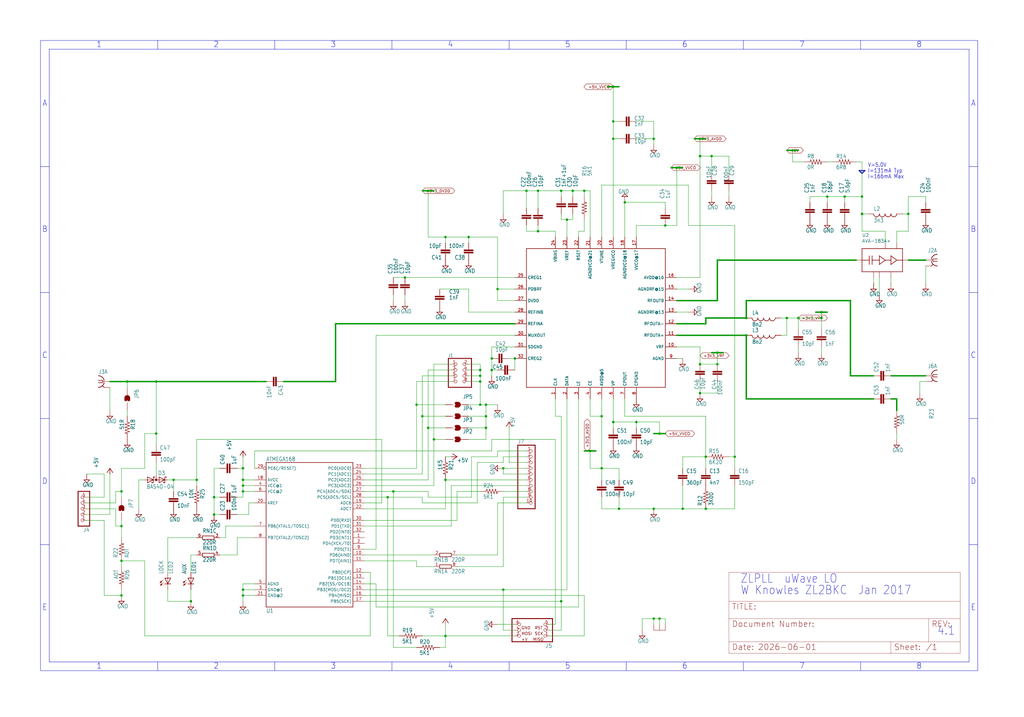
<source format=kicad_sch>
(kicad_sch (version 20230121) (generator eeschema)
  (paper "User" 449.58 315.112)
  (junction (at 322.58 200.66))
  (junction (at 210.82 177.8))
  (junction (at 314.96 154.94))
  (junction (at 68.58 167.64))
  (junction (at 287.02 223.52))
  (junction (at 55.88 167.64))
  (junction (at 347.98 66.04))
  (junction (at 215.9 162.56))
  (junction (at 251.46 83.82))
  (junction (at 195.58 279.4))
  (junction (at 312.42 68.58))
  (junction (at 307.34 60.96))
  (junction (at 279.4 185.42))
  (junction (at 269.24 185.42))
  (junction (at 236.22 83.82))
  (junction (at 182.88 177.8))
  (junction (at 307.34 68.58))
  (junction (at 307.34 160.02))
  (junction (at 269.24 38.1))
  (junction (at 177.8 121.92))
  (junction (at 220.98 259.08))
  (junction (at 350.52 139.7))
  (junction (at 299.72 223.52))
  (junction (at 327.66 139.7))
  (junction (at 215.9 157.48))
  (junction (at 83.82 264.16))
  (junction (at 187.96 83.82))
  (junction (at 93.98 218.44))
  (junction (at 218.44 127))
  (junction (at 360.68 137.16))
  (junction (at 345.44 139.7))
  (junction (at 220.98 205.74))
  (junction (at 106.68 259.08))
  (junction (at 172.72 215.9))
  (junction (at 363.22 86.36))
  (junction (at 76.2 210.82))
  (junction (at 264.16 205.74))
  (junction (at 307.34 172.72))
  (junction (at 269.24 60.96))
  (junction (at 314.96 160.02))
  (junction (at 86.36 210.82))
  (junction (at 259.08 198.12))
  (junction (at 210.82 165.1))
  (junction (at 297.18 73.66))
  (junction (at 370.84 86.36))
  (junction (at 378.46 86.36))
  (junction (at 53.34 261.62))
  (junction (at 213.36 182.88))
  (junction (at 378.46 93.98))
  (junction (at 187.96 187.96))
  (junction (at 289.56 190.5))
  (junction (at 185.42 182.88))
  (junction (at 195.58 104.14))
  (junction (at 53.34 246.38))
  (junction (at 190.5 193.04))
  (junction (at 106.68 205.74))
  (junction (at 93.98 226.06))
  (junction (at 213.36 177.8))
  (junction (at 231.14 83.82))
  (junction (at 309.88 200.66))
  (junction (at 236.22 101.6))
  (junction (at 269.24 53.34))
  (junction (at 256.54 83.82))
  (junction (at 327.66 147.32))
  (junction (at 106.68 215.9))
  (junction (at 264.16 182.88))
  (junction (at 68.58 190.5))
  (junction (at 205.74 104.14))
  (junction (at 287.02 60.96))
  (junction (at 106.68 213.36))
  (junction (at 274.32 88.9))
  (junction (at 271.78 223.52))
  (junction (at 53.34 231.14))
  (junction (at 398.78 93.98))
  (junction (at 195.58 210.82))
  (junction (at 248.92 96.52))
  (junction (at 210.82 162.56))
  (junction (at 210.82 167.64))
  (junction (at 246.38 83.82))
  (junction (at 287.02 271.78))
  (junction (at 292.1 99.06))
  (junction (at 213.36 187.96))
  (junction (at 53.34 215.9))
  (junction (at 226.06 157.48))
  (junction (at 289.56 271.78))
  (junction (at 170.18 218.44))
  (junction (at 246.38 264.16))
  (junction (at 360.68 139.7))
  (junction (at 106.68 261.62))
  (junction (at 106.68 210.82))
  (junction (at 309.88 223.52))
  (wire (pts (xy 264.16 223.52) (xy 271.78 223.52)) (stroke (width 0.1524)))
  (wire (pts (xy 215.9 193.04) (xy 215.9 198.12)) (stroke (width 0.1524)))
  (wire (pts (xy 99.06 231.14) (xy 99.06 236.22)) (stroke (width 0.1524)))
  (wire (pts (xy 182.88 205.74) (xy 182.88 177.8)) (stroke (width 0.1524)))
  (wire (pts (xy 111.76 236.22) (xy 104.14 236.22)) (stroke (width 0.1524)))
  (wire (pts (xy 160.02 256.54) (xy 165.1 256.54)) (stroke (width 0.1524)))
  (wire (pts (xy 218.44 200.66) (xy 218.44 198.12)) (stroke (width 0.1524)))
  (wire (pts (xy 251.46 83.82) (xy 256.54 83.82)) (stroke (width 0.1524)))
  (wire (pts (xy 106.68 264.16) (xy 106.68 261.62)) (stroke (width 0.1524)))
  (wire (pts (xy 236.22 101.6) (xy 231.14 101.6)) (stroke (width 0.1524)))
  (wire (pts (xy 215.9 162.56) (xy 215.9 165.1)) (stroke (width 0.1524)))
  (wire (pts (xy 86.36 210.82) (xy 86.36 193.04)) (stroke (width 0.1524)))
  (wire (pts (xy 378.46 93.98) (xy 381 93.98)) (stroke (width 0.1524)))
  (wire (pts (xy 55.88 167.64) (xy 68.58 167.64)) (stroke (width 0.6096)))
  (wire (pts (xy 302.26 99.06) (xy 302.26 81.28)) (stroke (width 0.1524)))
  (wire (pts (xy 279.4 185.42) (xy 269.24 185.42)) (stroke (width 0.1524)))
  (wire (pts (xy 160.02 215.9) (xy 172.72 215.9)) (stroke (width 0.1524)))
  (wire (pts (xy 314.96 172.72) (xy 307.34 172.72)) (stroke (width 0.1524)))
  (wire (pts (xy 195.58 200.66) (xy 198.12 200.66)) (stroke (width 0.1524)))
  (wire (pts (xy 226.06 276.86) (xy 220.98 276.86)) (stroke (width 0.1524)))
  (wire (pts (xy 312.42 86.36) (xy 312.42 83.82)) (stroke (width 0.1524)))
  (wire (pts (xy 60.96 210.82) (xy 63.5 210.82)) (stroke (width 0.1524)))
  (wire (pts (xy 200.66 215.9) (xy 210.82 215.9)) (stroke (width 0.1524)))
  (wire (pts (xy 241.3 276.86) (xy 246.38 276.86)) (stroke (width 0.1524)))
  (wire (pts (xy 256.54 86.36) (xy 256.54 83.82)) (stroke (width 0.1524)))
  (wire (pts (xy 246.38 182.88) (xy 246.38 264.16)) (stroke (width 0.1524)))
  (wire (pts (xy 243.84 101.6) (xy 236.22 101.6)) (stroke (width 0.1524)))
  (wire (pts (xy 269.24 53.34) (xy 269.24 60.96)) (stroke (width 0.1524)))
  (wire (pts (xy 38.1 226.06) (xy 48.26 226.06)) (stroke (width 0.1524)))
  (wire (pts (xy 327.66 139.7) (xy 327.66 132.08)) (stroke (width 0.6096)))
  (wire (pts (xy 246.38 276.86) (xy 246.38 264.16)) (stroke (width 0.1524)))
  (wire (pts (xy 185.42 279.4) (xy 195.58 279.4)) (stroke (width 0.1524)))
  (wire (pts (xy 210.82 165.1) (xy 210.82 167.64)) (stroke (width 0.1524)))
  (wire (pts (xy 195.58 104.14) (xy 187.96 104.14)) (stroke (width 0.1524)))
  (wire (pts (xy 218.44 132.08) (xy 218.44 127)) (stroke (width 0.1524)))
  (wire (pts (xy 213.36 177.8) (xy 213.36 182.88)) (stroke (width 0.1524)))
  (wire (pts (xy 279.4 187.96) (xy 279.4 185.42)) (stroke (width 0.1524)))
  (wire (pts (xy 355.6 86.36) (xy 363.22 86.36)) (stroke (width 0.1524)))
  (wire (pts (xy 279.4 99.06) (xy 292.1 99.06)) (stroke (width 0.1524)))
  (wire (pts (xy 312.42 76.2) (xy 312.42 68.58)) (stroke (width 0.1524)))
  (wire (pts (xy 106.68 213.36) (xy 106.68 215.9)) (stroke (width 0.1524)))
  (wire (pts (xy 320.04 68.58) (xy 320.04 76.2)) (stroke (width 0.1524)))
  (wire (pts (xy 200.66 248.92) (xy 220.98 248.92)) (stroke (width 0.1524)))
  (wire (pts (xy 190.5 193.04) (xy 195.58 193.04)) (stroke (width 0.1524)))
  (wire (pts (xy 190.5 213.36) (xy 190.5 193.04)) (stroke (width 0.1524)))
  (wire (pts (xy 50.8 223.52) (xy 50.8 231.14)) (stroke (width 0.1524)))
  (wire (pts (xy 299.72 205.74) (xy 299.72 200.66)) (stroke (width 0.1524)))
  (wire (pts (xy 45.72 228.6) (xy 45.72 261.62)) (stroke (width 0.1524)))
  (wire (pts (xy 170.18 218.44) (xy 170.18 279.4)) (stroke (width 0.1524)))
  (wire (pts (xy 289.56 190.5) (xy 292.1 190.5)) (stroke (width 0.6096)))
  (wire (pts (xy 195.58 210.82) (xy 231.14 210.82)) (stroke (width 0.1524)))
  (wire (pts (xy 185.42 208.28) (xy 185.42 182.88)) (stroke (width 0.1524)))
  (wire (pts (xy 287.02 63.5) (xy 287.02 60.96)) (stroke (width 0.1524)))
  (wire (pts (xy 226.06 127) (xy 218.44 127)) (stroke (width 0.1524)))
  (wire (pts (xy 256.54 261.62) (xy 160.02 261.62)) (stroke (width 0.1524)))
  (wire (pts (xy 205.74 162.56) (xy 210.82 162.56)) (stroke (width 0.1524)))
  (wire (pts (xy 60.96 223.52) (xy 60.96 210.82)) (stroke (width 0.1524)))
  (wire (pts (xy 55.88 182.88) (xy 55.88 180.34)) (stroke (width 0.1524)))
  (wire (pts (xy 190.5 160.02) (xy 198.12 160.02)) (stroke (width 0.1524)))
  (wire (pts (xy 38.1 228.6) (xy 45.72 228.6)) (stroke (width 0.1524)))
  (wire (pts (xy 190.5 193.04) (xy 190.5 160.02)) (stroke (width 0.1524)))
  (wire (pts (xy 185.42 165.1) (xy 198.12 165.1)) (stroke (width 0.1524)))
  (wire (pts (xy 198.12 231.14) (xy 198.12 213.36)) (stroke (width 0.1524)))
  (wire (pts (xy 406.4 86.36) (xy 398.78 86.36)) (stroke (width 0.1524)))
  (wire (pts (xy 187.96 104.14) (xy 187.96 83.82)) (stroke (width 0.1524)))
  (wire (pts (xy 279.4 104.14) (xy 279.4 99.06)) (stroke (width 0.1524)))
  (wire (pts (xy 213.36 187.96) (xy 213.36 193.04)) (stroke (width 0.1524)))
  (wire (pts (xy 185.42 182.88) (xy 185.42 165.1)) (stroke (width 0.1524)))
  (wire (pts (xy 53.34 215.9) (xy 53.34 205.74)) (stroke (width 0.1524)))
  (wire (pts (xy 111.76 215.9) (xy 106.68 215.9)) (stroke (width 0.1524)))
  (wire (pts (xy 327.66 132.08) (xy 373.38 132.08)) (stroke (width 0.6096)))
  (wire (pts (xy 73.66 259.08) (xy 73.66 264.16)) (stroke (width 0.1524)))
  (wire (pts (xy 53.34 205.74) (xy 63.5 205.74)) (stroke (width 0.1524)))
  (wire (pts (xy 342.9 147.32) (xy 345.44 147.32)) (stroke (width 0.1524)))
  (wire (pts (xy 205.74 177.8) (xy 210.82 177.8)) (stroke (width 0.1524)))
  (wire (pts (xy 86.36 236.22) (xy 73.66 236.22)) (stroke (width 0.1524)))
  (wire (pts (xy 185.42 83.82) (xy 187.96 83.82)) (stroke (width 0.6096)))
  (wire (pts (xy 106.68 259.08) (xy 106.68 256.54)) (stroke (width 0.1524)))
  (wire (pts (xy 236.22 83.82) (xy 246.38 83.82)) (stroke (width 0.1524)))
  (wire (pts (xy 307.34 60.96) (xy 309.88 60.96)) (stroke (width 0.6096)))
  (wire (pts (xy 403.86 167.64) (xy 406.4 167.64)) (stroke (width 0.1524)))
  (wire (pts (xy 160.02 259.08) (xy 220.98 259.08)) (stroke (width 0.1524)))
  (wire (pts (xy 86.36 210.82) (xy 86.36 213.36)) (stroke (width 0.1524)))
  (wire (pts (xy 218.44 243.84) (xy 218.44 220.98)) (stroke (width 0.1524)))
  (wire (pts (xy 106.68 210.82) (xy 106.68 213.36)) (stroke (width 0.1524)))
  (wire (pts (xy 63.5 205.74) (xy 63.5 190.5)) (stroke (width 0.1524)))
  (wire (pts (xy 251.46 96.52) (xy 251.46 93.98)) (stroke (width 0.1524)))
  (wire (pts (xy 327.66 175.26) (xy 327.66 147.32)) (stroke (width 0.6096)))
  (wire (pts (xy 322.58 223.52) (xy 322.58 213.36)) (stroke (width 0.1524)))
  (wire (pts (xy 254 101.6) (xy 256.54 101.6)) (stroke (width 0.1524)))
  (wire (pts (xy 209.55 220.98) (xy 209.55 203.2)) (stroke (width 0.1524)))
  (wire (pts (xy 322.58 200.66) (xy 320.04 200.66)) (stroke (width 0.1524)))
  (wire (pts (xy 226.06 121.92) (xy 177.8 121.92)) (stroke (width 0.1524)))
  (polyline (pts (xy 377.19 74.93) (xy 379.73 74.93)) (stroke (width 0.4064) (type solid)))
  (wire (pts (xy 373.38 132.08) (xy 373.38 165.1)) (stroke (width 0.6096)))
  (wire (pts (xy 213.36 177.8) (xy 218.44 177.8)) (stroke (width 0.1524)))
  (wire (pts (xy 38.1 223.52) (xy 50.8 223.52)) (stroke (width 0.1524)))
  (wire (pts (xy 307.34 68.58) (xy 307.34 121.92)) (stroke (width 0.1524)))
  (wire (pts (xy 111.76 231.14) (xy 99.06 231.14)) (stroke (width 0.1524)))
  (wire (pts (xy 162.56 279.4) (xy 162.56 251.46)) (stroke (width 0.1524)))
  (wire (pts (xy 251.46 83.82) (xy 251.46 86.36)) (stroke (width 0.1524)))
  (wire (pts (xy 406.4 88.9) (xy 406.4 86.36)) (stroke (width 0.1524)))
  (wire (pts (xy 172.72 215.9) (xy 172.72 284.48)) (stroke (width 0.1524)))
  (wire (pts (xy 363.22 88.9) (xy 363.22 86.36)) (stroke (width 0.1524)))
  (wire (pts (xy 63.5 246.38) (xy 63.5 279.4)) (stroke (width 0.1524)))
  (wire (pts (xy 297.18 157.48) (xy 299.72 157.48)) (stroke (width 0.1524)))
  (wire (pts (xy 398.78 114.3) (xy 406.4 114.3)) (stroke (width 0.6096)))
  (wire (pts (xy 292.1 99.06) (xy 297.18 99.06)) (stroke (width 0.1524)))
  (wire (pts (xy 195.58 106.68) (xy 195.58 104.14)) (stroke (width 0.1524)))
  (wire (pts (xy 345.44 147.32) (xy 345.44 139.7)) (stroke (width 0.1524)))
  (wire (pts (xy 269.24 38.1) (xy 271.78 38.1)) (stroke (width 0.6096)))
  (wire (pts (xy 210.82 160.02) (xy 210.82 162.56)) (stroke (width 0.1524)))
  (wire (pts (xy 297.18 137.16) (xy 302.26 137.16)) (stroke (width 0.1524)))
  (wire (pts (xy 187.96 215.9) (xy 187.96 218.44)) (stroke (width 0.1524)))
  (wire (pts (xy 38.1 208.28) (xy 45.72 208.28)) (stroke (width 0.1524)))
  (wire (pts (xy 241.3 274.32) (xy 243.84 274.32)) (stroke (width 0.1524)))
  (wire (pts (xy 393.7 193.04) (xy 393.7 190.5)) (stroke (width 0.1524)))
  (wire (pts (xy 162.56 251.46) (xy 160.02 251.46)) (stroke (width 0.1524)))
  (wire (pts (xy 195.58 284.48) (xy 193.04 284.48)) (stroke (width 0.1524)))
  (wire (pts (xy 236.22 91.44) (xy 236.22 83.82)) (stroke (width 0.1524)))
  (wire (pts (xy 297.18 132.08) (xy 314.96 132.08)) (stroke (width 0.6096)))
  (wire (pts (xy 322.58 205.74) (xy 322.58 200.66)) (stroke (width 0.1524)))
  (wire (pts (xy 172.72 284.48) (xy 182.88 284.48)) (stroke (width 0.1524)))
  (wire (pts (xy 76.2 210.82) (xy 86.36 210.82)) (stroke (width 0.1524)))
  (wire (pts (xy 177.8 132.08) (xy 177.8 129.54)) (stroke (width 0.1524)))
  (wire (pts (xy 307.34 172.72) (xy 307.34 167.64)) (stroke (width 0.1524)))
  (wire (pts (xy 104.14 218.44) (xy 106.68 218.44)) (stroke (width 0.1524)))
  (wire (pts (xy 378.46 101.6) (xy 378.46 93.98)) (stroke (width 0.1524)))
  (wire (pts (xy 307.34 121.92) (xy 297.18 121.92)) (stroke (width 0.1524)))
  (wire (pts (xy 309.88 142.24) (xy 309.88 139.7)) (stroke (width 0.6096)))
  (wire (pts (xy 210.82 167.64) (xy 210.82 177.8)) (stroke (width 0.1524)))
  (wire (pts (xy 246.38 83.82) (xy 251.46 83.82)) (stroke (width 0.1524)))
  (wire (pts (xy 360.68 139.7) (xy 360.68 137.16)) (stroke (width 0.1524)))
  (wire (pts (xy 104.14 226.06) (xy 109.22 226.06)) (stroke (width 0.1524)))
  (wire (pts (xy 363.22 86.36) (xy 370.84 86.36)) (stroke (width 0.1524)))
  (wire (pts (xy 68.58 167.64) (xy 68.58 190.5)) (stroke (width 0.1524)))
  (wire (pts (xy 373.38 165.1) (xy 383.54 165.1)) (stroke (width 0.6096)))
  (wire (pts (xy 73.66 210.82) (xy 76.2 210.82)) (stroke (width 0.1524)))
  (wire (pts (xy 271.78 218.44) (xy 271.78 223.52)) (stroke (width 0.1524)))
  (wire (pts (xy 378.46 93.98) (xy 378.46 86.36)) (stroke (width 0.1524)))
  (wire (pts (xy 205.74 106.68) (xy 205.74 104.14)) (stroke (width 0.1524)))
  (wire (pts (xy 93.98 226.06) (xy 93.98 218.44)) (stroke (width 0.1524)))
  (wire (pts (xy 106.68 261.62) (xy 106.68 259.08)) (stroke (width 0.1524)))
  (wire (pts (xy 259.08 198.12) (xy 261.62 198.12)) (stroke (width 0.6096)))
  (wire (pts (xy 287.02 190.5) (xy 289.56 190.5)) (stroke (width 0.6096)))
  (wire (pts (xy 360.68 144.78) (xy 360.68 139.7)) (stroke (width 0.1524)))
  (wire (pts (xy 38.1 220.98) (xy 50.8 220.98)) (stroke (width 0.1524)))
  (wire (pts (xy 350.52 144.78) (xy 350.52 139.7)) (stroke (width 0.1524)))
  (wire (pts (xy 287.02 274.32) (xy 287.02 271.78)) (stroke (width 0.1524)))
  (wire (pts (xy 383.54 124.46) (xy 383.54 121.92)) (stroke (width 0.1524)))
  (wire (pts (xy 297.18 73.66) (xy 299.72 73.66)) (stroke (width 0.6096)))
  (wire (pts (xy 53.34 236.22) (xy 53.34 231.14)) (stroke (width 0.1524)))
  (wire (pts (xy 299.72 200.66) (xy 309.88 200.66)) (stroke (width 0.1524)))
  (wire (pts (xy 309.88 205.74) (xy 309.88 200.66)) (stroke (width 0.1524)))
  (wire (pts (xy 307.34 160.02) (xy 314.96 160.02)) (stroke (width 0.1524)))
  (wire (pts (xy 182.88 246.38) (xy 182.88 248.92)) (stroke (width 0.1524)))
  (wire (pts (xy 350.52 154.94) (xy 350.52 152.4)) (stroke (width 0.1524)))
  (wire (pts (xy 104.14 205.74) (xy 106.68 205.74)) (stroke (width 0.1524)))
  (wire (pts (xy 160.02 218.44) (xy 170.18 218.44)) (stroke (width 0.1524)))
  (wire (pts (xy 218.44 274.32) (xy 226.06 274.32)) (stroke (width 0.1524)))
  (wire (pts (xy 393.7 106.68) (xy 393.7 101.6)) (stroke (width 0.1524)))
  (wire (pts (xy 63.5 190.5) (xy 68.58 190.5)) (stroke (width 0.1524)))
  (wire (pts (xy 345.44 66.04) (xy 347.98 66.04)) (stroke (width 0.6096)))
  (wire (pts (xy 68.58 203.2) (xy 68.58 208.28)) (stroke (width 0.1524)))
  (wire (pts (xy 322.58 99.06) (xy 302.26 99.06)) (stroke (width 0.1524)))
  (wire (pts (xy 398.78 101.6) (xy 398.78 93.98)) (stroke (width 0.1524)))
  (polyline (pts (xy 378.46 76.2) (xy 377.19 74.93)) (stroke (width 0.4064) (type solid)))
  (wire (pts (xy 172.72 132.08) (xy 172.72 129.54)) (stroke (width 0.1524)))
  (wire (pts (xy 187.96 187.96) (xy 195.58 187.96)) (stroke (width 0.1524)))
  (wire (pts (xy 68.58 190.5) (xy 68.58 195.58)) (stroke (width 0.1524)))
  (wire (pts (xy 187.96 210.82) (xy 187.96 187.96)) (stroke (width 0.1524)))
  (wire (pts (xy 106.68 218.44) (xy 106.68 215.9)) (stroke (width 0.1524)))
  (wire (pts (xy 314.96 160.02) (xy 314.96 154.94)) (stroke (width 0.1524)))
  (wire (pts (xy 322.58 200.66) (xy 322.58 99.06)) (stroke (width 0.1524)))
  (wire (pts (xy 160.02 213.36) (xy 190.5 213.36)) (stroke (width 0.1524)))
  (wire (pts (xy 388.62 101.6) (xy 378.46 101.6)) (stroke (width 0.1524)))
  (wire (pts (xy 274.32 88.9) (xy 274.32 104.14)) (stroke (width 0.1524)))
  (wire (pts (xy 218.44 127) (xy 218.44 104.14)) (stroke (width 0.1524)))
  (wire (pts (xy 165.1 256.54) (xy 165.1 266.7)) (stroke (width 0.1524)))
  (wire (pts (xy 378.46 86.36) (xy 378.46 71.12)) (stroke (width 0.1524)))
  (wire (pts (xy 271.78 210.82) (xy 271.78 205.74)) (stroke (width 0.1524)))
  (wire (pts (xy 264.16 81.28) (xy 264.16 104.14)) (stroke (width 0.1524)))
  (wire (pts (xy 396.24 93.98) (xy 398.78 93.98)) (stroke (width 0.1524)))
  (wire (pts (xy 205.74 137.16) (xy 226.06 137.16)) (stroke (width 0.1524)))
  (wire (pts (xy 292.1 88.9) (xy 292.1 91.44)) (stroke (width 0.1524)))
  (wire (pts (xy 309.88 223.52) (xy 299.72 223.52)) (stroke (width 0.1524)))
  (wire (pts (xy 185.42 220.98) (xy 185.42 218.44)) (stroke (width 0.1524)))
  (wire (pts (xy 187.96 187.96) (xy 187.96 162.56)) (stroke (width 0.1524)))
  (wire (pts (xy 104.14 243.84) (xy 96.52 243.84)) (stroke (width 0.1524)))
  (wire (pts (xy 287.02 53.34) (xy 287.02 60.96)) (stroke (width 0.1524)))
  (wire (pts (xy 86.36 193.04) (xy 167.64 193.04)) (stroke (width 0.1524)))
  (wire (pts (xy 307.34 68.58) (xy 312.42 68.58)) (stroke (width 0.1524)))
  (wire (pts (xy 213.36 193.04) (xy 205.74 193.04)) (stroke (width 0.1524)))
  (wire (pts (xy 226.06 157.48) (xy 226.06 162.56)) (stroke (width 0.1524)))
  (wire (pts (xy 76.2 215.9) (xy 76.2 210.82)) (stroke (width 0.1524)))
  (wire (pts (xy 177.8 121.92) (xy 172.72 121.92)) (stroke (width 0.1524)))
  (wire (pts (xy 218.44 104.14) (xy 205.74 104.14)) (stroke (width 0.1524)))
  (wire (pts (xy 106.68 205.74) (xy 106.68 200.66)) (stroke (width 0.1524)))
  (wire (pts (xy 393.7 101.6) (xy 398.78 101.6)) (stroke (width 0.1524)))
  (wire (pts (xy 243.84 193.04) (xy 215.9 193.04)) (stroke (width 0.1524)))
  (wire (pts (xy 193.04 127) (xy 205.74 127)) (stroke (width 0.1524)))
  (wire (pts (xy 327.66 175.26) (xy 383.54 175.26)) (stroke (width 0.6096)))
  (wire (pts (xy 320.04 86.36) (xy 320.04 83.82)) (stroke (width 0.1524)))
  (wire (pts (xy 299.72 223.52) (xy 287.02 223.52)) (stroke (width 0.1524)))
  (wire (pts (xy 147.32 142.24) (xy 226.06 142.24)) (stroke (width 0.6096)))
  (wire (pts (xy 220.98 259.08) (xy 248.92 259.08)) (stroke (width 0.1524)))
  (wire (pts (xy 302.26 81.28) (xy 264.16 81.28)) (stroke (width 0.1524)))
  (wire (pts (xy 223.52 203.2) (xy 223.52 187.96)) (stroke (width 0.1524)))
  (wire (pts (xy 370.84 86.36) (xy 378.46 86.36)) (stroke (width 0.1524)))
  (wire (pts (xy 226.06 279.4) (xy 195.58 279.4)) (stroke (width 0.1524)))
  (wire (pts (xy 309.88 182.88) (xy 309.88 200.66)) (stroke (width 0.1524)))
  (wire (pts (xy 160.02 231.14) (xy 198.12 231.14)) (stroke (width 0.1524)))
  (wire (pts (xy 264.16 205.74) (xy 259.08 205.74)) (stroke (width 0.1524)))
  (wire (pts (xy 259.08 175.26) (xy 259.08 182.88)) (stroke (width 0.1524)))
  (wire (pts (xy 314.96 132.08) (xy 314.96 114.3)) (stroke (width 0.6096)))
  (wire (pts (xy 271.78 53.34) (xy 269.24 53.34)) (stroke (width 0.1524)))
  (wire (pts (xy 147.32 167.64) (xy 124.46 167.64)) (stroke (width 0.6096)))
  (wire (pts (xy 297.18 147.32) (xy 327.66 147.32)) (stroke (width 0.6096)))
  (wire (pts (xy 160.02 241.3) (xy 165.1 241.3)) (stroke (width 0.1524)))
  (wire (pts (xy 226.06 147.32) (xy 165.1 147.32)) (stroke (width 0.1524)))
  (wire (pts (xy 205.74 160.02) (xy 210.82 160.02)) (stroke (width 0.1524)))
  (wire (pts (xy 50.8 215.9) (xy 53.34 215.9)) (stroke (width 0.1524)))
  (wire (pts (xy 254 104.14) (xy 254 101.6)) (stroke (width 0.1524)))
  (wire (pts (xy 363.22 71.12) (xy 365.76 71.12)) (stroke (width 0.1524)))
  (wire (pts (xy 182.88 167.64) (xy 198.12 167.64)) (stroke (width 0.1524)))
  (wire (pts (xy 165.1 266.7) (xy 254 266.7)) (stroke (width 0.1524)))
  (wire (pts (xy 264.16 218.44) (xy 264.16 223.52)) (stroke (width 0.1524)))
  (wire (pts (xy 259.08 182.88) (xy 264.16 182.88)) (stroke (width 0.1524)))
  (wire (pts (xy 289.56 271.78) (xy 292.1 271.78)) (stroke (width 0.1524)))
  (wire (pts (xy 160.02 205.74) (xy 182.88 205.74)) (stroke (width 0.1524)))
  (wire (pts (xy 264.16 205.74) (xy 271.78 205.74)) (stroke (width 0.1524)))
  (wire (pts (xy 281.94 271.78) (xy 287.02 271.78)) (stroke (width 0.1524)))
  (wire (pts (xy 73.66 264.16) (xy 83.82 264.16)) (stroke (width 0.1524)))
  (wire (pts (xy 215.9 152.4) (xy 226.06 152.4)) (stroke (width 0.1524)))
  (wire (pts (xy 50.8 220.98) (xy 50.8 215.9)) (stroke (width 0.1524)))
  (wire (pts (xy 264.16 210.82) (xy 264.16 205.74)) (stroke (width 0.1524)))
  (wire (pts (xy 167.64 193.04) (xy 167.64 220.98)) (stroke (width 0.1524)))
  (wire (pts (xy 55.88 170.18) (xy 55.88 167.64)) (stroke (width 0.1524)))
  (wire (pts (xy 205.74 167.64) (xy 210.82 167.64)) (stroke (width 0.1524)))
  (wire (pts (xy 289.56 274.32) (xy 289.56 271.78)) (stroke (width 0.1524)))
  (wire (pts (xy 256.54 101.6) (xy 256.54 96.52)) (stroke (width 0.1524)))
  (wire (pts (xy 45.72 208.28) (xy 45.72 218.44)) (stroke (width 0.1524)))
  (wire (pts (xy 160.02 243.84) (xy 190.5 243.84)) (stroke (width 0.1524)))
  (wire (pts (xy 48.26 226.06) (xy 48.26 208.28)) (stroke (width 0.1524)))
  (wire (pts (xy 294.64 73.66) (xy 297.18 73.66)) (stroke (width 0.6096)))
  (wire (pts (xy 297.18 99.06) (xy 297.18 73.66)) (stroke (width 0.1524)))
  (wire (pts (xy 53.34 248.92) (xy 53.34 246.38)) (stroke (width 0.1524)))
  (wire (pts (xy 246.38 93.98) (xy 246.38 96.52)) (stroke (width 0.1524)))
  (wire (pts (xy 243.84 182.88) (xy 246.38 182.88)) (stroke (width 0.1524)))
  (wire (pts (xy 309.88 139.7) (xy 327.66 139.7)) (stroke (width 0.6096)))
  (wire (pts (xy 259.08 205.74) (xy 259.08 198.12)) (stroke (width 0.1524)))
  (wire (pts (xy 99.06 236.22) (xy 96.52 236.22)) (stroke (width 0.1524)))
  (wire (pts (xy 287.02 271.78) (xy 289.56 271.78)) (stroke (width 0.1524)))
  (wire (pts (xy 63.5 279.4) (xy 162.56 279.4)) (stroke (width 0.1524)))
  (wire (pts (xy 223.52 157.48) (xy 226.06 157.48)) (stroke (width 0.1524)))
  (wire (pts (xy 218.44 162.56) (xy 215.9 162.56)) (stroke (width 0.1524)))
  (wire (pts (xy 406.4 165.1) (xy 391.16 165.1)) (stroke (width 0.6096)))
  (wire (pts (xy 256.54 279.4) (xy 256.54 261.62)) (stroke (width 0.1524)))
  (wire (pts (xy 279.4 185.42) (xy 289.56 185.42)) (stroke (width 0.1524)))
  (wire (pts (xy 45.72 261.62) (xy 53.34 261.62)) (stroke (width 0.1524)))
  (wire (pts (xy 287.02 60.96) (xy 279.4 60.96)) (stroke (width 0.1524)))
  (wire (pts (xy 307.34 68.58) (xy 307.34 60.96)) (stroke (width 0.1524)))
  (wire (pts (xy 393.7 175.26) (xy 391.16 175.26)) (stroke (width 0.6096)))
  (wire (pts (xy 236.22 99.06) (xy 236.22 101.6)) (stroke (width 0.1524)))
  (wire (pts (xy 200.66 243.84) (xy 218.44 243.84)) (stroke (width 0.1524)))
  (wire (pts (xy 93.98 205.74) (xy 96.52 205.74)) (stroke (width 0.1524)))
  (wire (pts (xy 271.78 223.52) (xy 287.02 223.52)) (stroke (width 0.1524)))
  (wire (pts (xy 370.84 86.36) (xy 370.84 88.9)) (stroke (width 0.1524)))
  (wire (pts (xy 309.88 223.52) (xy 322.58 223.52)) (stroke (width 0.1524)))
  (wire (pts (xy 185.42 182.88) (xy 195.58 182.88)) (stroke (width 0.1524)))
  (wire (pts (xy 50.8 231.14) (xy 53.34 231.14)) (stroke (width 0.1524)))
  (wire (pts (xy 269.24 185.42) (xy 269.24 187.96)) (stroke (width 0.1524)))
  (wire (pts (xy 198.12 213.36) (xy 231.14 213.36)) (stroke (width 0.1524)))
  (wire (pts (xy 213.36 182.88) (xy 213.36 187.96)) (stroke (width 0.1524)))
  (wire (pts (xy 220.98 276.86) (xy 220.98 259.08)) (stroke (width 0.1524)))
  (wire (pts (xy 167.64 220.98) (xy 160.02 220.98)) (stroke (width 0.1524)))
  (wire (pts (xy 220.98 93.98) (xy 220.98 83.82)) (stroke (width 0.1524)))
  (wire (pts (xy 241.3 279.4) (xy 256.54 279.4)) (stroke (width 0.1524)))
  (wire (pts (xy 398.78 86.36) (xy 398.78 93.98)) (stroke (width 0.1524)))
  (wire (pts (xy 195.58 274.32) (xy 195.58 279.4)) (stroke (width 0.1524)))
  (wire (pts (xy 248.92 259.08) (xy 248.92 175.26)) (stroke (width 0.1524)))
  (wire (pts (xy 111.76 261.62) (xy 106.68 261.62)) (stroke (width 0.1524)))
  (wire (pts (xy 48.26 170.18) (xy 48.26 180.34)) (stroke (width 0.1524)))
  (wire (pts (xy 215.9 162.56) (xy 215.9 157.48)) (stroke (width 0.1524)))
  (wire (pts (xy 231.14 208.28) (xy 220.98 208.28)) (stroke (width 0.1524)))
  (wire (pts (xy 209.55 203.2) (xy 220.98 203.2)) (stroke (width 0.1524)))
  (wire (pts (xy 220.98 218.44) (xy 231.14 218.44)) (stroke (width 0.1524)))
  (wire (pts (xy 111.76 259.08) (xy 106.68 259.08)) (stroke (width 0.1524)))
  (wire (pts (xy 160.02 246.38) (xy 182.88 246.38)) (stroke (width 0.1524)))
  (wire (pts (xy 209.55 220.98) (xy 185.42 220.98)) (stroke (width 0.1524)))
  (wire (pts (xy 312.42 154.94) (xy 314.96 154.94)) (stroke (width 0.6096)))
  (wire (pts (xy 210.82 162.56) (xy 210.82 165.1)) (stroke (width 0.1524)))
  (wire (pts (xy 220.98 200.66) (xy 231.14 200.66)) (stroke (width 0.1524)))
  (wire (pts (xy 231.14 99.06) (xy 231.14 101.6)) (stroke (width 0.1524)))
  (wire (pts (xy 205.74 127) (xy 205.74 137.16)) (stroke (width 0.1524)))
  (wire (pts (xy 182.88 177.8) (xy 195.58 177.8)) (stroke (width 0.1524)))
  (wire (pts (xy 218.44 132.08) (xy 226.06 132.08)) (stroke (width 0.1524)))
  (wire (pts (xy 160.02 223.52) (xy 195.58 223.52)) (stroke (width 0.1524)))
  (wire (pts (xy 345.44 139.7) (xy 342.9 139.7)) (stroke (width 0.1524)))
  (wire (pts (xy 264.16 175.26) (xy 264.16 182.88)) (stroke (width 0.1524)))
  (wire (pts (xy 220.98 215.9) (xy 231.14 215.9)) (stroke (width 0.1524)))
  (wire (pts (xy 160.02 210.82) (xy 187.96 210.82)) (stroke (width 0.1524)))
  (wire (pts (xy 86.36 243.84) (xy 83.82 243.84)) (stroke (width 0.1524)))
  (wire (pts (xy 185.42 218.44) (xy 170.18 218.44)) (stroke (width 0.1524)))
  (wire (pts (xy 347.98 71.12) (xy 353.06 71.12)) (stroke (width 0.1524)))
  (wire (pts (xy 220.98 248.92) (xy 220.98 218.44)) (stroke (width 0.1524)))
  (wire (pts (xy 243.84 182.88) (xy 243.84 175.26)) (stroke (width 0.1524)))
  (polyline (pts (xy 379.73 74.93) (xy 378.46 76.2)) (stroke (width 0.4064) (type solid)))
  (wire (pts (xy 248.92 96.52) (xy 251.46 96.52)) (stroke (width 0.1524)))
  (wire (pts (xy 393.7 180.34) (xy 393.7 175.26)) (stroke (width 0.6096)))
  (wire (pts (xy 200.66 228.6) (xy 200.66 215.9)) (stroke (width 0.1524)))
  (wire (pts (xy 187.96 83.82) (xy 190.5 83.82)) (stroke (width 0.6096)))
  (wire (pts (xy 347.98 71.12) (xy 347.98 66.04)) (stroke (width 0.1524)))
  (wire (pts (xy 256.54 198.12) (xy 259.08 198.12)) (stroke (width 0.6096)))
  (wire (pts (xy 266.7 38.1) (xy 269.24 38.1)) (stroke (width 0.6096)))
  (wire (pts (xy 281.94 276.86) (xy 281.94 271.78)) (stroke (width 0.1524)))
  (wire (pts (xy 104.14 236.22) (xy 104.14 243.84)) (stroke (width 0.1524)))
  (wire (pts (xy 231.14 203.2) (xy 223.52 203.2)) (stroke (width 0.1524)))
  (wire (pts (xy 314.96 154.94) (xy 317.5 154.94)) (stroke (width 0.6096)))
  (wire (pts (xy 111.76 205.74) (xy 111.76 198.12)) (stroke (width 0.1524)))
  (wire (pts (xy 304.8 60.96) (xy 307.34 60.96)) (stroke (width 0.6096)))
  (wire (pts (xy 347.98 66.04) (xy 350.52 66.04)) (stroke (width 0.6096)))
  (wire (pts (xy 147.32 167.64) (xy 147.32 142.24)) (stroke (width 0.6096)))
  (wire (pts (xy 187.96 162.56) (xy 198.12 162.56)) (stroke (width 0.1524)))
  (wire (pts (xy 205.74 187.96) (xy 213.36 187.96)) (stroke (width 0.1524)))
  (wire (pts (xy 215.9 198.12) (xy 111.76 198.12)) (stroke (width 0.1524)))
  (wire (pts (xy 360.68 139.7) (xy 350.52 139.7)) (stroke (width 0.1524)))
  (wire (pts (xy 165.1 147.32) (xy 165.1 241.3)) (stroke (width 0.1524)))
  (wire (pts (xy 297.18 152.4) (xy 307.34 152.4)) (stroke (width 0.1524)))
  (wire (pts (xy 312.42 68.58) (xy 320.04 68.58)) (stroke (width 0.1524)))
  (wire (pts (xy 297.18 127) (xy 302.26 127)) (stroke (width 0.1524)))
  (wire (pts (xy 307.34 152.4) (xy 307.34 160.02)) (stroke (width 0.1524)))
  (wire (pts (xy 274.32 88.9) (xy 292.1 88.9)) (stroke (width 0.1524)))
  (wire (pts (xy 93.98 205.74) (xy 93.98 218.44)) (stroke (width 0.1524)))
  (wire (pts (xy 360.68 137.16) (xy 363.22 137.16)) (stroke (width 0.6096)))
  (wire (pts (xy 109.22 226.06) (xy 109.22 220.98)) (stroke (width 0.1524)))
  (wire (pts (xy 274.32 175.26) (xy 274.32 182.88)) (stroke (width 0.1524)))
  (wire (pts (xy 220.98 205.74) (xy 220.98 208.28)) (stroke (width 0.1524)))
  (wire (pts (xy 259.08 83.82) (xy 259.08 104.14)) (stroke (width 0.1524)))
  (wire (pts (xy 246.38 264.16) (xy 160.02 264.16)) (stroke (width 0.1524)))
  (wire (pts (xy 231.14 91.44) (xy 231.14 83.82)) (stroke (width 0.1524)))
  (wire (pts (xy 182.88 177.8) (xy 182.88 167.64)) (stroke (width 0.1524)))
  (wire (pts (xy 170.18 279.4) (xy 175.26 279.4)) (stroke (width 0.1524)))
  (wire (pts (xy 53.34 231.14) (xy 53.34 228.6)) (stroke (width 0.1524)))
  (wire (pts (xy 48.26 167.64) (xy 55.88 167.64)) (stroke (width 0.6096)))
  (wire (pts (xy 231.14 83.82) (xy 236.22 83.82)) (stroke (width 0.1524)))
  (wire (pts (xy 93.98 226.06) (xy 96.52 226.06)) (stroke (width 0.1524)))
  (wire (pts (xy 220.98 83.82) (xy 231.14 83.82)) (stroke (width 0.1524)))
  (wire (pts (xy 269.24 60.96) (xy 269.24 104.14)) (stroke (width 0.1524)))
  (wire (pts (xy 254 266.7) (xy 254 175.26)) (stroke (width 0.1524)))
  (wire (pts (xy 207.01 218.44) (xy 207.01 200.66)) (stroke (width 0.1524)))
  (wire (pts (xy 289.56 185.42) (xy 289.56 190.5)) (stroke (width 0.1524)))
  (wire (pts (xy 111.76 256.54) (xy 106.68 256.54)) (stroke (width 0.1524)))
  (wire (pts (xy 378.46 71.12) (xy 375.92 71.12)) (stroke (width 0.1524)))
  (wire (pts (xy 218.44 198.12) (xy 231.14 198.12)) (stroke (width 0.1524)))
  (wire (pts (xy 314.96 114.3) (xy 375.92 114.3)) (stroke (width 0.6096)))
  (wire (pts (xy 350.52 139.7) (xy 345.44 139.7)) (stroke (width 0.1524)))
  (wire (pts (xy 182.88 248.92) (xy 190.5 248.92)) (stroke (width 0.1524)))
  (wire (pts (xy 269.24 175.26) (xy 269.24 185.42)) (stroke (width 0.1524)))
  (wire (pts (xy 269.24 60.96) (xy 271.78 60.96)) (stroke (width 0.1524)))
  (wire (pts (xy 195.58 279.4) (xy 195.58 284.48)) (stroke (width 0.1524)))
  (wire (pts (xy 299.72 213.36) (xy 299.72 223.52)) (stroke (width 0.1524)))
  (wire (pts (xy 218.44 220.98) (xy 231.14 220.98)) (stroke (width 0.1524)))
  (wire (pts (xy 403.86 172.72) (xy 403.86 167.64)) (stroke (width 0.1524)))
  (wire (pts (xy 172.72 215.9) (xy 187.96 215.9)) (stroke (width 0.1524)))
  (wire (pts (xy 246.38 96.52) (xy 248.92 96.52)) (stroke (width 0.1524)))
  (wire (pts (xy 205.74 182.88) (xy 213.36 182.88)) (stroke (width 0.1524)))
  (wire (pts (xy 106.68 205.74) (xy 106.68 210.82)) (stroke (width 0.1524)))
  (wire (pts (xy 314.96 167.64) (xy 314.96 172.72)) (stroke (width 0.1524)))
  (wire (pts (xy 109.22 220.98) (xy 111.76 220.98)) (stroke (width 0.1524)))
  (wire (pts (xy 205.74 104.14) (xy 195.58 104.14)) (stroke (width 0.1524)))
  (wire (pts (xy 243.84 274.32) (xy 243.84 193.04)) (stroke (width 0.1524)))
  (wire (pts (xy 195.58 223.52) (xy 195.58 210.82)) (stroke (width 0.1524)))
  (wire (pts (xy 83.82 243.84) (xy 83.82 251.46)) (stroke (width 0.1524)))
  (wire (pts (xy 205.74 165.1) (xy 210.82 165.1)) (stroke (width 0.1524)))
  (wire (pts (xy 264.16 182.88) (xy 264.16 205.74)) (stroke (width 0.1524)))
  (wire (pts (xy 279.4 53.34) (xy 287.02 53.34)) (stroke (width 0.1524)))
  (wire (pts (xy 248.92 104.14) (xy 248.92 96.52)) (stroke (width 0.1524)))
  (wire (pts (xy 68.58 167.64) (xy 116.84 167.64)) (stroke (width 0.6096)))
  (wire (pts (xy 388.62 106.68) (xy 388.62 101.6)) (stroke (width 0.1524)))
  (wire (pts (xy 360.68 154.94) (xy 360.68 152.4)) (stroke (width 0.1524)))
  (wire (pts (xy 96.52 218.44) (xy 93.98 218.44)) (stroke (width 0.1524)))
  (wire (pts (xy 160.02 228.6) (xy 200.66 228.6)) (stroke (width 0.1524)))
  (wire (pts (xy 406.4 116.84) (xy 406.4 124.46)) (stroke (width 0.1524)))
  (wire (pts (xy 256.54 83.82) (xy 259.08 83.82)) (stroke (width 0.1524)))
  (wire (pts (xy 38.1 218.44) (xy 45.72 218.44)) (stroke (width 0.1524)))
  (wire (pts (xy 355.6 88.9) (xy 355.6 86.36)) (stroke (width 0.1524)))
  (wire (pts (xy 160.02 208.28) (xy 185.42 208.28)) (stroke (width 0.1524)))
  (wire (pts (xy 231.14 205.74) (xy 220.98 205.74)) (stroke (width 0.1524)))
  (wire (pts (xy 207.01 200.66) (xy 218.44 200.66)) (stroke (width 0.1524)))
  (wire (pts (xy 53.34 246.38) (xy 63.5 246.38)) (stroke (width 0.1524)))
  (wire (pts (xy 73.66 236.22) (xy 73.66 251.46)) (stroke (width 0.1524)))
  (wire (pts (xy 111.76 213.36) (xy 106.68 213.36)) (stroke (width 0.1524)))
  (wire (pts (xy 269.24 38.1) (xy 269.24 53.34)) (stroke (width 0.1524)))
  (wire (pts (xy 83.82 264.16) (xy 83.82 259.08)) (stroke (width 0.1524)))
  (wire (pts (xy 210.82 177.8) (xy 213.36 177.8)) (stroke (width 0.1524)))
  (wire (pts (xy 292.1 271.78) (xy 292.1 274.32)) (stroke (width 0.1524)))
  (wire (pts (xy 243.84 104.14) (xy 243.84 101.6)) (stroke (width 0.1524)))
  (wire (pts (xy 187.96 218.44) (xy 207.01 218.44)) (stroke (width 0.1524)))
  (wire (pts (xy 246.38 86.36) (xy 246.38 83.82)) (stroke (width 0.1524)))
  (wire (pts (xy 53.34 261.62) (xy 53.34 259.08)) (stroke (width 0.1524)))
  (wire (pts (xy 391.16 124.46) (xy 391.16 121.92)) (stroke (width 0.1524)))
  (wire (pts (xy 358.14 137.16) (xy 360.68 137.16)) (stroke (width 0.6096)))
  (wire (pts (xy 274.32 182.88) (xy 309.88 182.88)) (stroke (width 0.1524)))
  (wire (pts (xy 215.9 157.48) (xy 215.9 152.4)) (stroke (width 0.1524)))
  (wire (pts (xy 386.08 129.54) (xy 386.08 121.92)) (stroke (width 0.1524)))
  (wire (pts (xy 111.76 210.82) (xy 106.68 210.82)) (stroke (width 0.1524)))
  (wire (pts (xy 297.18 142.24) (xy 309.88 142.24)) (stroke (width 0.6096)))
  (wire (pts (xy 220.98 203.2) (xy 220.98 200.66)) (stroke (width 0.1524)))
  (wire (pts (xy 53.34 218.44) (xy 53.34 215.9)) (stroke (width 0.1524)))
  (polyline (pts (xy 425.45 183.896) (xy 429.26 183.896)))
  (polyline (pts (xy 425.45 73.152) (xy 429.26 73.152)))
  (polyline (pts (xy 425.45 290.83) (xy 21.59 290.83)))
  (polyline (pts (xy 17.78 17.78) (xy 429.26 17.78) (xy 429.26 294.64) (xy 17.78 294.64) (xy 17.78 17.78)))
  (polyline (pts (xy 172.085 17.78) (xy 172.085 21.59)))
  (polyline (pts (xy 326.39 17.78) (xy 326.39 21.59)))
  (polyline (pts (xy 274.955 290.83) (xy 274.955 294.64)))
  (polyline (pts (xy 223.52 17.78) (xy 223.52 21.59)))
  (polyline (pts (xy 120.65 290.83) (xy 120.65 294.64)))
  (polyline (pts (xy 425.45 21.59) (xy 21.59 21.59)))
  (polyline (pts (xy 17.78 128.524) (xy 21.59 128.524)))
  (polyline (pts (xy 377.825 17.78) (xy 377.825 21.59)))
  (polyline (pts (xy 172.085 290.83) (xy 172.085 294.64)))
  (polyline (pts (xy 69.215 17.78) (xy 69.215 21.59)))
  (polyline (pts (xy 223.52 290.83) (xy 223.52 294.64)))
  (polyline (pts (xy 69.215 290.83) (xy 69.215 294.64)))
  (polyline (pts (xy 326.39 290.83) (xy 326.39 294.64)))
  (polyline (pts (xy 17.78 73.152) (xy 21.59 73.152)))
  (polyline (pts (xy 274.955 17.78) (xy 274.955 21.59)))
  (polyline (pts (xy 17.78 239.268) (xy 21.59 239.268)))
  (polyline (pts (xy 425.45 239.268) (xy 429.26 239.268)))
  (polyline (pts (xy 21.59 21.59) (xy 21.59 290.83)))
  (polyline (pts (xy 425.45 21.59) (xy 425.45 290.83)))
  (polyline (pts (xy 17.78 183.896) (xy 21.59 183.896)))
  (polyline (pts (xy 120.65 17.78) (xy 120.65 21.59)))
  (polyline (pts (xy 377.825 290.83) (xy 377.825 294.64)))
  (polyline (pts (xy 425.45 128.524) (xy 429.26 128.524)))
  (text "I=166mA Max" (at 381 78.74 0) (effects (font (size 1.778 1.5113)) (justify left bottom)))
  (text "5" (at 249.2375 19.685 0) (effects (font (size 2.54 2.286))))
  (text "V=5.0V" (at 381 73.66 0) (effects (font (size 1.778 1.5113)) (justify left bottom)))
  (text "B" (at 19.685 100.838 0) (effects (font (size 2.54 2.286))))
  (text "E" (at 427.355 266.954 0) (effects (font (size 2.54 2.286))))
  (text "ZLPLL  uWave LO" (at 325.12 256.54 0) (effects (font (size 3.81 3.2385)) (justify left bottom)))
  (text "3" (at 146.3675 292.735 0) (effects (font (size 2.54 2.286))))
  (text "8" (at 403.5425 19.685 0) (effects (font (size 2.54 2.286))))
  (text "7" (at 352.1075 19.685 0) (effects (font (size 2.54 2.286))))
  (text "I=131mA Typ" (at 381 76.2 0) (effects (font (size 1.778 1.5113)) (justify left bottom)))
  (text "1" (at 43.4975 19.685 0) (effects (font (size 2.54 2.286))))
  (text "A" (at 427.355 45.466 0) (effects (font (size 2.54 2.286))))
  (text "C" (at 427.355 156.21 0) (effects (font (size 2.54 2.286))))
  (text "A" (at 19.685 45.466 0) (effects (font (size 2.54 2.286))))
  (text "D" (at 19.685 211.582 0) (effects (font (size 2.54 2.286))))
  (text "1" (at 43.4975 292.735 0) (effects (font (size 2.54 2.286))))
  (text "D" (at 427.355 211.582 0) (effects (font (size 2.54 2.286))))
  (text "6" (at 300.6725 19.685 0) (effects (font (size 2.54 2.286))))
  (text "E" (at 19.685 266.954 0) (effects (font (size 2.54 2.286))))
  (text "7" (at 352.1075 292.735 0) (effects (font (size 2.54 2.286))))
  (text "8" (at 403.5425 292.735 0) (effects (font (size 2.54 2.286))))
  (text "2" (at 94.9325 19.685 0) (effects (font (size 2.54 2.286))))
  (text "C" (at 19.685 156.21 0) (effects (font (size 2.54 2.286))))
  (text "4" (at 197.8025 292.735 0) (effects (font (size 2.54 2.286))))
  (text "6" (at 300.6725 292.735 0) (effects (font (size 2.54 2.286))))
  (text "2" (at 94.9325 292.735 0) (effects (font (size 2.54 2.286))))
  (text "5" (at 249.2375 292.735 0) (effects (font (size 2.54 2.286))))
  (text "4" (at 197.8025 19.685 0) (effects (font (size 2.54 2.286))))
  (text "W Knowles ZL2BKC  Jan 2017" (at 325.12 261.62 0) (effects (font (size 3.81 3.2385)) (justify left bottom)))
  (text "B" (at 427.355 100.838 0) (effects (font (size 2.54 2.286))))
  (text "3" (at 146.3675 19.685 0) (effects (font (size 2.54 2.286))))
  (text "4.1" (at 411.48 279.4 0) (effects (font (size 3.81 3.2385)) (justify left bottom)))
  (global_label "+3V3_VRF" (shape bidirectional) (at 350.52 139.7 0) (effects (font (size 1.2446 1.2446))) (property "Intersheetrefs" "${INTERSHEET_REFS}" (effects hide)))
  (global_label "+3V3_AVDD" (shape bidirectional) (at 257.81 198.12 90) (effects (font (size 1.2446 1.2446))) (property "Intersheetrefs" "${INTERSHEET_REFS}" (effects hide)))
  (global_label "+3V3_AVDD" (shape bidirectional) (at 304.8 60.96 0) (effects (font (size 1.2446 1.2446))) (property "Intersheetrefs" "${INTERSHEET_REFS}" (effects hide)))
  (global_label "+3V3_VRF" (shape bidirectional) (at 307.34 156.21 0) (effects (font (size 1.2446 1.2446))) (property "Intersheetrefs" "${INTERSHEET_REFS}" (effects hide)))
  (global_label "+6V" (shape bidirectional) (at 345.44 66.04 0) (effects (font (size 1.2446 1.2446))) (property "Intersheetrefs" "${INTERSHEET_REFS}" (effects hide)))
  (global_label "+5V_VVCO" (shape bidirectional) (at 292.1 190.5 0) (effects (font (size 1.2446 1.2446))) (property "Intersheetrefs" "${INTERSHEET_REFS}" (effects hide)))
  (global_label "+5V_VVCO" (shape bidirectional) (at 269.24 38.1 180) (effects (font (size 1.2446 1.2446))) (property "Intersheetrefs" "${INTERSHEET_REFS}" (effects hide)))
  (global_label "+3V3_DVDD" (shape bidirectional) (at 185.42 83.82 0) (effects (font (size 1.2446 1.2446))) (property "Intersheetrefs" "${INTERSHEET_REFS}" (effects hide)))
  (global_label "+5V_VVCO" (shape bidirectional) (at 294.64 73.66 0) (effects (font (size 1.2446 1.2446))) (property "Intersheetrefs" "${INTERSHEET_REFS}" (effects hide)))
  (symbol (lib_id "ZLPLL14G-eagle-import:C-EUC0603") (at 99.06 218.44 90) (unit 1)
    (property "Reference" "C27" (at 98.679 216.916 0) (effects (font (size 1.778 1.5113)) (justify left bottom)))
    (property "Value" "1uF" (at 103.759 216.916 0) (effects (font (size 1.778 1.5113)) (justify left bottom)))
    (property "Footprint" "ZLPLL14G:C0603" (effects hide))
  )
  (symbol (lib_id "ZLPLL14G-eagle-import:ATMEGA168") (at 134.62 231.14 0) (unit 1)
    (property "Reference" "U1" (at 116.84 269.24 0) (effects (font (size 1.778 1.5113)) (justify left bottom)))
    (property "Value" "ATMEGA168" (at 116.84 202.692 0) (effects (font (size 1.778 1.5113)) (justify left bottom)))
    (property "Footprint" "ZLPLL14G:TQFP32-08" (effects hide))
  )
  (symbol (lib_id "ZLPLL14G-eagle-import:R-US_R1206") (at 370.84 71.12 0) (unit 1)
    (property "Reference" "R14" (at 367.03 69.6214 0) (effects (font (size 1.778 1.5113)) (justify left bottom)))
    (property "Value" "6R8" (at 367.03 74.422 0) (effects (font (size 1.778 1.5113)) (justify left bottom)))
    (property "Footprint" "ZLPLL14G:R1206" (effects hide))
  )
  (symbol (lib_id "ZLPLL14G-eagle-import:+5V") (at 200.66 200.66 270) (unit 1)
    (property "Reference" "#P+3" (effects hide))
    (property "Value" "+5V" (at 200.66 203.2 90) (effects (font (size 1.778 1.5113)) (justify left bottom)))
  )
  (symbol (lib_id "ZLPLL14G-eagle-import:PINHD-1X10") (at 233.68 208.28 0) (unit 1)
    (property "Reference" "J7" (at 227.33 194.945 0) (effects (font (size 1.778 1.5113)) (justify left bottom)))
    (property "Value" "PINHD-1X10" (effects hide))
    (property "Footprint" "ZLPLL14G:1X10" (effects hide))
  )
  (symbol (lib_id "ZLPLL14G-eagle-import:R-US_R0603") (at 55.88 187.96 270) (unit 1)
    (property "Reference" "R18" (at 57.3786 184.15 0) (effects (font (size 1.778 1.5113)) (justify left bottom)))
    (property "Value" "51R" (at 52.578 184.15 0) (effects (font (size 1.778 1.5113)) (justify left bottom)))
    (property "Footprint" "ZLPLL14G:R0603" (effects hide))
  )
  (symbol (lib_id "ZLPLL14G-eagle-import:+5V") (at 195.58 271.78 0) (unit 1)
    (property "Reference" "#P+5" (effects hide))
    (property "Value" "+5V" (at 190.5 271.78 90) (effects (font (size 1.778 1.5113)) (justify left bottom)))
  )
  (symbol (lib_id "ZLPLL14G-eagle-import:C-EUC0402") (at 307.34 162.56 0) (unit 1)
    (property "Reference" "C46" (at 306.959 171.196 90) (effects (font (size 1.778 1.5113)) (justify left bottom)))
    (property "Value" "10pF" (at 309.499 171.196 90) (effects (font (size 1.778 1.5113)) (justify left bottom)))
    (property "Footprint" "ZLPLL14G:C0402" (effects hide))
  )
  (symbol (lib_id "ZLPLL14G-eagle-import:GND") (at 106.68 266.7 0) (unit 1)
    (property "Reference" "#SUPPLY4" (effects hide))
    (property "Value" "GND" (at 104.775 269.875 0) (effects (font (size 1.778 1.5113)) (justify left bottom)))
  )
  (symbol (lib_id "ZLPLL14G-eagle-import:C-EUC0402") (at 292.1 93.98 0) (unit 1)
    (property "Reference" "C34" (at 291.719 87.376 90) (effects (font (size 1.778 1.5113)) (justify left bottom)))
    (property "Value" "1uF" (at 294.259 87.376 90) (effects (font (size 1.778 1.5113)) (justify left bottom)))
    (property "Footprint" "ZLPLL14G:C0402" (effects hide))
  )
  (symbol (lib_id "ZLPLL14G-eagle-import:GND") (at 320.04 88.9 0) (unit 1)
    (property "Reference" "#SUPPLY47" (effects hide))
    (property "Value" "GND" (at 318.135 92.075 0) (effects (font (size 1.778 1.5113)) (justify left bottom)))
  )
  (symbol (lib_id "ZLPLL14G-eagle-import:GND") (at 281.94 279.4 0) (unit 1)
    (property "Reference" "#SUPPLY50" (effects hide))
    (property "Value" "GND" (at 280.035 282.575 0) (effects (font (size 1.778 1.5113)) (justify left bottom)))
  )
  (symbol (lib_id "ZLPLL14G-eagle-import:L-USL0603") (at 335.28 147.32 270) (unit 1)
    (property "Reference" "L3" (at 330.2 146.05 90) (effects (font (size 1.778 1.5113)) (justify left bottom)))
    (property "Value" "8n2" (at 330.2 151.13 90) (effects (font (size 1.778 1.5113)) (justify left bottom)))
    (property "Footprint" "ZLPLL14G:C0603" (effects hide))
  )
  (symbol (lib_id "ZLPLL14G-eagle-import:GND") (at 53.34 264.16 0) (unit 1)
    (property "Reference" "#SUPPLY44" (effects hide))
    (property "Value" "GND" (at 51.435 267.335 0) (effects (font (size 1.778 1.5113)) (justify left bottom)))
  )
  (symbol (lib_id "ZLPLL14G-eagle-import:C-EUC0603") (at 350.52 147.32 0) (unit 1)
    (property "Reference" "C55" (at 352.044 146.939 0) (effects (font (size 1.778 1.5113)) (justify left bottom)))
    (property "Value" "10pF" (at 352.044 152.019 0) (effects (font (size 1.778 1.5113)) (justify left bottom)))
    (property "Footprint" "ZLPLL14G:C0603" (effects hide))
  )
  (symbol (lib_id "ZLPLL14G-eagle-import:C-EUC0402") (at 363.22 91.44 0) (unit 1)
    (property "Reference" "C18" (at 362.839 84.836 90) (effects (font (size 1.778 1.5113)) (justify left bottom)))
    (property "Value" "18pF" (at 365.379 84.836 90) (effects (font (size 1.778 1.5113)) (justify left bottom)))
    (property "Footprint" "ZLPLL14G:C0402" (effects hide))
  )
  (symbol (lib_id "ZLPLL14G-eagle-import:GND") (at 274.32 86.36 180) (unit 1)
    (property "Reference" "#SUPPLY7" (effects hide))
    (property "Value" "GND" (at 276.225 83.185 0) (effects (font (size 1.778 1.5113)) (justify left bottom)))
  )
  (symbol (lib_id "ZLPLL14G-eagle-import:GND") (at 220.98 96.52 0) (unit 1)
    (property "Reference" "#SUPPLY35" (effects hide))
    (property "Value" "GND" (at 219.075 99.695 0) (effects (font (size 1.778 1.5113)) (justify left bottom)))
  )
  (symbol (lib_id "ZLPLL14G-eagle-import:ADF5355") (at 264.16 137.16 90) (unit 1)
    (property "Reference" "U3" (effects hide))
    (property "Value" "ADF5355" (effects hide))
    (property "Footprint" "ZLPLL14G:QFN50P500X500X100-33V2N" (effects hide))
  )
  (symbol (lib_id "ZLPLL14G-eagle-import:GND") (at 218.44 205.74 270) (unit 1)
    (property "Reference" "#SUPPLY21" (effects hide))
    (property "Value" "GND" (at 215.265 203.835 0) (effects (font (size 1.778 1.5113)) (justify left bottom)))
  )
  (symbol (lib_id "ZLPLL14G-eagle-import:C-EUC0402") (at 320.04 81.28 180) (unit 1)
    (property "Reference" "C29" (at 320.421 72.644 90) (effects (font (size 1.778 1.5113)) (justify left bottom)))
    (property "Value" "100nF" (at 317.881 72.644 90) (effects (font (size 1.778 1.5113)) (justify left bottom)))
    (property "Footprint" "ZLPLL14G:C0402" (effects hide))
  )
  (symbol (lib_id "ZLPLL14G-eagle-import:C-EUC0402") (at 314.96 162.56 0) (unit 1)
    (property "Reference" "C44" (at 314.579 171.196 90) (effects (font (size 1.778 1.5113)) (justify left bottom)))
    (property "Value" "100nF" (at 317.119 173.736 90) (effects (font (size 1.778 1.5113)) (justify left bottom)))
    (property "Footprint" "ZLPLL14G:C0402" (effects hide))
  )
  (symbol (lib_id "ZLPLL14G-eagle-import:R-US_R0603") (at 309.88 218.44 90) (unit 1)
    (property "Reference" "R12" (at 308.3814 222.25 0) (effects (font (size 1.778 1.5113)) (justify left bottom)))
    (property "Value" "3K00" (at 313.182 222.25 0) (effects (font (size 1.778 1.5113)) (justify left bottom)))
    (property "Footprint" "ZLPLL14G:R0603" (effects hide))
  )
  (symbol (lib_id "ZLPLL14G-eagle-import:DINA3_L") (at 320.04 287.02 0) (unit 2)
    (property "Reference" "#F1" (effects hide))
    (property "Value" "RR" (effects hide))
  )
  (symbol (lib_id "ZLPLL14G-eagle-import:GND") (at 287.02 226.06 0) (unit 1)
    (property "Reference" "#SUPPLY34" (effects hide))
    (property "Value" "GND" (at 285.115 229.235 0) (effects (font (size 1.778 1.5113)) (justify left bottom)))
  )
  (symbol (lib_id "ZLPLL14G-eagle-import:GND") (at 304.8 127 90) (unit 1)
    (property "Reference" "#SUPPLY31" (effects hide))
    (property "Value" "GND" (at 307.975 128.905 0) (effects (font (size 1.778 1.5113)) (justify left bottom)))
  )
  (symbol (lib_id "ZLPLL14G-eagle-import:C-EUC0603") (at 322.58 208.28 0) (unit 1)
    (property "Reference" "C16" (at 324.104 207.899 0) (effects (font (size 1.778 1.5113)) (justify left bottom)))
    (property "Value" "150pF" (at 324.104 212.979 0) (effects (font (size 1.778 1.5113)) (justify left bottom)))
    (property "Footprint" "ZLPLL14G:C0603" (effects hide))
  )
  (symbol (lib_id "ZLPLL14G-eagle-import:+5V") (at 48.26 205.74 0) (unit 1)
    (property "Reference" "#P+6" (effects hide))
    (property "Value" "+5V" (at 43.18 205.74 90) (effects (font (size 1.778 1.5113)) (justify left bottom)))
  )
  (symbol (lib_id "ZLPLL14G-eagle-import:C-EUC0402") (at 276.86 60.96 270) (unit 1)
    (property "Reference" "C33" (at 278.384 60.579 90) (effects (font (size 1.778 1.5113)) (justify left bottom)))
    (property "Value" "10pF" (at 278.384 63.119 90) (effects (font (size 1.778 1.5113)) (justify left bottom)))
    (property "Footprint" "ZLPLL14G:C0402" (effects hide))
  )
  (symbol (lib_id "ZLPLL14G-eagle-import:GND") (at 360.68 157.48 0) (unit 1)
    (property "Reference" "#SUPPLY39" (effects hide))
    (property "Value" "GND" (at 358.775 160.655 0) (effects (font (size 1.778 1.5113)) (justify left bottom)))
  )
  (symbol (lib_id "ZLPLL14G-eagle-import:GND") (at 403.86 175.26 0) (unit 1)
    (property "Reference" "#SUPPLY38" (effects hide))
    (property "Value" "GND" (at 401.955 178.435 0) (effects (font (size 1.778 1.5113)) (justify left bottom)))
  )
  (symbol (lib_id "ZLPLL14G-eagle-import:SMA-142-0711-821/826") (at 408.94 165.1 0) (mirror y) (unit 1)
    (property "Reference" "J6" (at 411.48 161.798 0) (effects (font (size 1.778 1.5113)) (justify left bottom)))
    (property "Value" "SMA-142-0711-821/826" (effects hide))
    (property "Footprint" "ZLPLL14G:J502-ND-142-0711-821_826" (effects hide))
  )
  (symbol (lib_id "ZLPLL14G-eagle-import:SOLDERJUMPERNO") (at 53.34 223.52 90) (unit 1)
    (property "Reference" "JP7" (at 58.42 223.52 0) (effects (font (size 1.778 1.5113)) (justify left bottom)))
    (property "Value" "SOLDERJUMPERNO" (effects hide))
    (property "Footprint" "ZLPLL14G:SJ_2S-NO" (effects hide))
  )
  (symbol (lib_id "ZLPLL14G-eagle-import:LEDCHIPLED_0805") (at 73.66 254 0) (unit 1)
    (property "Reference" "LED2" (at 75.946 252.222 90) (effects (font (size 1.778 1.5113)) (justify left bottom)))
    (property "Value" "LOCK" (at 71.755 252.222 90) (effects (font (size 1.778 1.5113)) (justify left bottom)))
    (property "Footprint" "ZLPLL14G:CHIPLED_0805" (effects hide))
  )
  (symbol (lib_id "ZLPLL14G-eagle-import:GND") (at 406.4 99.06 0) (unit 1)
    (property "Reference" "#SUPPLY60" (effects hide))
    (property "Value" "GND" (at 404.495 102.235 0) (effects (font (size 1.778 1.5113)) (justify left bottom)))
  )
  (symbol (lib_id "ZLPLL14G-eagle-import:C-EUC0603") (at 386.08 175.26 90) (unit 1)
    (property "Reference" "C53" (at 385.699 173.736 0) (effects (font (size 1.778 1.5113)) (justify left bottom)))
    (property "Value" "1nF" (at 390.779 173.736 0) (effects (font (size 1.778 1.5113)) (justify left bottom)))
    (property "Footprint" "ZLPLL14G:C0603" (effects hide))
  )
  (symbol (lib_id "ZLPLL14G-eagle-import:GND") (at 215.9 167.64 0) (unit 1)
    (property "Reference" "#SUPPLY6" (effects hide))
    (property "Value" "GND" (at 213.995 170.815 0) (effects (font (size 1.778 1.5113)) (justify left bottom)))
  )
  (symbol (lib_id "ZLPLL14G-eagle-import:R-US_R0603") (at 53.34 241.3 90) (unit 1)
    (property "Reference" "R22" (at 51.8414 245.11 0) (effects (font (size 1.778 1.5113)) (justify left bottom)))
    (property "Value" "AOT" (at 56.642 245.11 0) (effects (font (size 1.778 1.5113)) (justify left bottom)))
    (property "Footprint" "ZLPLL14G:R0603" (effects hide))
  )
  (symbol (lib_id "ZLPLL14G-eagle-import:C-EUC0402") (at 195.58 111.76 180) (unit 1)
    (property "Reference" "C41" (at 194.056 112.141 0) (effects (font (size 1.778 1.5113)) (justify left bottom)))
    (property "Value" "10pF" (at 194.056 107.061 0) (effects (font (size 1.778 1.5113)) (justify left bottom)))
    (property "Footprint" "ZLPLL14G:C0402" (effects hide))
  )
  (symbol (lib_id "ZLPLL14G-eagle-import:LEDCHIPLED_0805") (at 83.82 254 0) (unit 1)
    (property "Reference" "LED1" (at 86.106 252.222 90) (effects (font (size 1.778 1.5113)) (justify left bottom)))
    (property "Value" "AUX" (at 81.915 252.222 90) (effects (font (size 1.778 1.5113)) (justify left bottom)))
    (property "Footprint" "ZLPLL14G:CHIPLED_0805" (effects hide))
  )
  (symbol (lib_id "ZLPLL14G-eagle-import:C-EUC0402") (at 177.8 124.46 0) (unit 1)
    (property "Reference" "C37" (at 177.419 120.396 90) (effects (font (size 1.778 1.5113)) (justify left bottom)))
    (property "Value" "10pF" (at 179.959 120.396 90) (effects (font (size 1.778 1.5113)) (justify left bottom)))
    (property "Footprint" "ZLPLL14G:C0402" (effects hide))
  )
  (symbol (lib_id "ZLPLL14G-eagle-import:L-USL0603") (at 335.28 139.7 270) (unit 1)
    (property "Reference" "L4" (at 330.2 138.43 90) (effects (font (size 1.778 1.5113)) (justify left bottom)))
    (property "Value" "8n2" (at 330.2 143.51 90) (effects (font (size 1.778 1.5113)) (justify left bottom)))
    (property "Footprint" "ZLPLL14G:C0603" (effects hide))
  )
  (symbol (lib_id "ZLPLL14G-eagle-import:GND") (at 177.8 134.62 0) (unit 1)
    (property "Reference" "#SUPPLY51" (effects hide))
    (property "Value" "GND" (at 175.895 137.795 0) (effects (font (size 1.778 1.5113)) (justify left bottom)))
  )
  (symbol (lib_id "ZLPLL14G-eagle-import:R-US_R0603") (at 256.54 91.44 90) (unit 1)
    (property "Reference" "R16" (at 257.5814 77.47 0) (effects (font (size 1.778 1.5113)) (justify left bottom)))
    (property "Value" "5K1" (at 259.842 77.47 0) (effects (font (size 1.778 1.5113)) (justify left bottom)))
    (property "Footprint" "ZLPLL14G:R0603" (effects hide))
  )
  (symbol (lib_id "ZLPLL14G-eagle-import:C-EUC0402") (at 246.38 88.9 0) (unit 1)
    (property "Reference" "C31" (at 245.999 82.296 90) (effects (font (size 1.778 1.5113)) (justify left bottom)))
    (property "Value" "1nF+1uF" (at 248.539 82.296 90) (effects (font (size 1.778 1.5113)) (justify left bottom)))
    (property "Footprint" "ZLPLL14G:C0402" (effects hide))
  )
  (symbol (lib_id "ZLPLL14G-eagle-import:C-EUC0402") (at 370.84 91.44 0) (unit 1)
    (property "Reference" "C17" (at 370.459 84.836 90) (effects (font (size 1.778 1.5113)) (justify left bottom)))
    (property "Value" "5.6pF" (at 372.999 84.836 90) (effects (font (size 1.778 1.5113)) (justify left bottom)))
    (property "Footprint" "ZLPLL14G:C0402" (effects hide))
  )
  (symbol (lib_id "ZLPLL14G-eagle-import:GND") (at 193.04 137.16 0) (unit 1)
    (property "Reference" "#SUPPLY42" (effects hide))
    (property "Value" "GND" (at 191.135 140.335 0) (effects (font (size 1.778 1.5113)) (justify left bottom)))
  )
  (symbol (lib_id "ZLPLL14G-eagle-import:GND") (at 393.7 195.58 0) (unit 1)
    (property "Reference" "#SUPPLY64" (effects hide))
    (property "Value" "GND" (at 391.795 198.755 0) (effects (font (size 1.778 1.5113)) (justify left bottom)))
  )
  (symbol (lib_id "ZLPLL14G-eagle-import:C-EUC0603") (at 386.08 165.1 90) (unit 1)
    (property "Reference" "C52" (at 385.699 163.576 0) (effects (font (size 1.778 1.5113)) (justify left bottom)))
    (property "Value" "1nF" (at 390.779 163.576 0) (effects (font (size 1.778 1.5113)) (justify left bottom)))
    (property "Footprint" "ZLPLL14G:C0603" (effects hide))
  )
  (symbol (lib_id "ZLPLL14G-eagle-import:R-US_R0603") (at 53.34 254 270) (unit 1)
    (property "Reference" "R26" (at 54.8386 250.19 0) (effects (font (size 1.778 1.5113)) (justify left bottom)))
    (property "Value" "AOT" (at 50.038 250.19 0) (effects (font (size 1.778 1.5113)) (justify left bottom)))
    (property "Footprint" "ZLPLL14G:R0603" (effects hide))
  )
  (symbol (lib_id "ZLPLL14G-eagle-import:BAS40-04") (at 68.58 210.82 0) (unit 1)
    (property "Reference" "D3" (at 69.342 208.8134 0) (effects (font (size 1.778 1.5113)) (justify left bottom)))
    (property "Value" "BAS40-04" (at 64.262 214.7824 0) (effects (font (size 1.778 1.5113)) (justify left bottom)))
    (property "Footprint" "ZLPLL14G:SOT23" (effects hide))
  )
  (symbol (lib_id "ZLPLL14G-eagle-import:C-EUC0603") (at 76.2 218.44 0) (unit 1)
    (property "Reference" "C54" (at 77.724 218.059 0) (effects (font (size 1.778 1.5113)) (justify left bottom)))
    (property "Value" "10nF" (at 77.724 223.139 0) (effects (font (size 1.778 1.5113)) (justify left bottom)))
    (property "Footprint" "ZLPLL14G:C0603" (effects hide))
  )
  (symbol (lib_id "ZLPLL14G-eagle-import:GND") (at 60.96 226.06 0) (unit 1)
    (property "Reference" "#SUPPLY18" (effects hide))
    (property "Value" "GND" (at 59.055 229.235 0) (effects (font (size 1.778 1.5113)) (justify left bottom)))
  )
  (symbol (lib_id "ZLPLL14G-eagle-import:4R-NEXBS8V") (at 195.58 248.92 0) (unit 1)
    (property "Reference" "RN1" (at 190.5 251.968 0) (effects (font (size 1.778 1.5113)) (justify left bottom)))
    (property "Value" "220R" (at 198.12 251.968 0) (effects (font (size 1.778 1.5113)) (justify left bottom)))
    (property "Footprint" "ZLPLL14G:EXBS8V" (effects hide))
  )
  (symbol (lib_id "ZLPLL14G-eagle-import:C-EUC0402") (at 355.6 91.44 0) (unit 1)
    (property "Reference" "C25" (at 355.219 84.836 90) (effects (font (size 1.778 1.5113)) (justify left bottom)))
    (property "Value" "1nF" (at 357.759 84.836 90) (effects (font (size 1.778 1.5113)) (justify left bottom)))
    (property "Footprint" "ZLPLL14G:C0402" (effects hide))
  )
  (symbol (lib_id "ZLPLL14G-eagle-import:GND") (at 363.22 99.06 0) (unit 1)
    (property "Reference" "#SUPPLY61" (effects hide))
    (property "Value" "GND" (at 361.315 102.235 0) (effects (font (size 1.778 1.5113)) (justify left bottom)))
  )
  (symbol (lib_id "ZLPLL14G-eagle-import:GND") (at 299.72 160.02 0) (unit 1)
    (property "Reference" "#SUPPLY32" (effects hide))
    (property "Value" "GND" (at 297.815 163.195 0) (effects (font (size 1.778 1.5113)) (justify left bottom)))
  )
  (symbol (lib_id "ZLPLL14G-eagle-import:C-EUC0402") (at 264.16 213.36 0) (unit 1)
    (property "Reference" "C48" (at 265.684 212.979 0) (effects (font (size 1.778 1.5113)) (justify left bottom)))
    (property "Value" "100nF" (at 265.684 218.059 0) (effects (font (size 1.778 1.5113)) (justify left bottom)))
    (property "Footprint" "ZLPLL14G:C0402" (effects hide))
  )
  (symbol (lib_id "ZLPLL14G-eagle-import:C-EUC0402") (at 312.42 81.28 180) (unit 1)
    (property "Reference" "C28" (at 312.801 72.644 90) (effects (font (size 1.778 1.5113)) (justify left bottom)))
    (property "Value" "10pF" (at 310.261 72.644 90) (effects (font (size 1.778 1.5113)) (justify left bottom)))
    (property "Footprint" "ZLPLL14G:C0402" (effects hide))
  )
  (symbol (lib_id "ZLPLL14G-eagle-import:CON_HEADER_1X05-PTH") (at 38.1 223.52 180) (unit 1)
    (property "Reference" "J4" (at 39.37 231.775 0) (effects (font (size 1.778 1.5113)) (justify left bottom)))
    (property "Value" "CON_HEADER_1X05-PTH" (effects hide))
    (property "Footprint" "ZLPLL14G:M1X5" (effects hide))
  )
  (symbol (lib_id "ZLPLL14G-eagle-import:C-EUC0402") (at 236.22 93.98 0) (unit 1)
    (property "Reference" "C26" (at 235.839 82.296 90) (effects (font (size 1.778 1.5113)) (justify left bottom)))
    (property "Value" "10pF" (at 238.379 82.296 90) (effects (font (size 1.778 1.5113)) (justify left bottom)))
    (property "Footprint" "ZLPLL14G:C0402" (effects hide))
  )
  (symbol (lib_id "ZLPLL14G-eagle-import:GND") (at 215.9 274.32 270) (unit 1)
    (property "Reference" "#SUPPLY22" (effects hide))
    (property "Value" "GND" (at 212.725 272.415 0) (effects (font (size 1.778 1.5113)) (justify left bottom)))
  )
  (symbol (lib_id "ZLPLL14G-eagle-import:GND") (at 287.02 66.04 0) (unit 1)
    (property "Reference" "#SUPPLY30" (effects hide))
    (property "Value" "GND" (at 285.115 69.215 0) (effects (font (size 1.778 1.5113)) (justify left bottom)))
  )
  (symbol (lib_id "ZLPLL14G-eagle-import:+5V") (at 223.52 185.42 0) (unit 1)
    (property "Reference" "#P+2" (effects hide))
    (property "Value" "+5V" (at 226.06 187.96 90) (effects (font (size 1.778 1.5113)) (justify left bottom)))
  )
  (symbol (lib_id "ZLPLL14G-eagle-import:C-EUC0603") (at 99.06 205.74 90) (unit 1)
    (property "Reference" "C40" (at 98.679 204.216 0) (effects (font (size 1.778 1.5113)) (justify left bottom)))
    (property "Value" "1uF" (at 103.759 204.216 0) (effects (font (size 1.778 1.5113)) (justify left bottom)))
    (property "Footprint" "ZLPLL14G:C0603" (effects hide))
  )
  (symbol (lib_id "ZLPLL14G-eagle-import:+5V") (at 106.68 198.12 0) (unit 1)
    (property "Reference" "#P+4" (effects hide))
    (property "Value" "+5V" (at 101.6 198.12 90) (effects (font (size 1.778 1.5113)) (justify left bottom)))
  )
  (symbol (lib_id "ZLPLL14G-eagle-import:CON_HEADER_2X04-PTH") (at 198.12 162.56 0) (unit 1)
    (property "Reference" "J1" (at 196.85 156.845 0) (effects (font (size 1.27 1.0795)) (justify left bottom)))
    (property "Value" "CON_HEADER_2X04-PTH" (effects hide))
    (property "Footprint" "ZLPLL14G:M2X4" (effects hide))
  )
  (symbol (lib_id "ZLPLL14G-eagle-import:C-EUC0402") (at 220.98 162.56 90) (unit 1)
    (property "Reference" "C45" (at 216.154 162.179 90) (effects (font (size 1.778 1.5113)) (justify right top)))
    (property "Value" "100nF" (at 217.424 167.259 90) (effects (font (size 1.778 1.5113)) (justify right top)))
    (property "Footprint" "ZLPLL14G:C0402" (effects hide))
  )
  (symbol (lib_id "ZLPLL14G-eagle-import:R-US_R0603") (at 86.36 218.44 270) (unit 1)
    (property "Reference" "R25" (at 87.8586 214.63 0) (effects (font (size 1.778 1.5113)) (justify left bottom)))
    (property "Value" "10K" (at 83.058 214.63 0) (effects (font (size 1.778 1.5113)) (justify left bottom)))
    (property "Footprint" "ZLPLL14G:R0603" (effects hide))
  )
  (symbol (lib_id "ZLPLL14G-eagle-import:C-EUC0603") (at 299.72 208.28 0) (unit 1)
    (property "Reference" "C15" (at 301.244 207.899 0) (effects (font (size 1.778 1.5113)) (justify left bottom)))
    (property "Value" "360pF" (at 301.244 212.979 0) (effects (font (size 1.778 1.5113)) (justify left bottom)))
    (property "Footprint" "ZLPLL14G:C0603" (effects hide))
  )
  (symbol (lib_id "ZLPLL14G-eagle-import:C-EUC0402") (at 271.78 213.36 0) (unit 1)
    (property "Reference" "C49" (at 273.304 212.979 0) (effects (font (size 1.778 1.5113)) (justify left bottom)))
    (property "Value" "10pF" (at 273.304 218.059 0) (effects (font (size 1.778 1.5113)) (justify left bottom)))
    (property "Footprint" "ZLPLL14G:C0402" (effects hide))
  )
  (symbol (lib_id "ZLPLL14G-eagle-import:R-US_R0603") (at 215.9 215.9 0) (unit 1)
    (property "Reference" "R24" (at 212.09 214.4014 0) (effects (font (size 1.778 1.5113)) (justify left bottom)))
    (property "Value" "5K1" (at 212.09 219.202 0) (effects (font (size 1.778 1.5113)) (justify left bottom)))
    (property "Footprint" "ZLPLL14G:R0603" (effects hide))
  )
  (symbol (lib_id "ZLPLL14G-eagle-import:AVA-183A+") (at 386.08 114.3 0) (unit 1)
    (property "Reference" "U2" (at 378.46 104.14 0) (effects (font (size 1.4224 1.4224)) (justify left bottom)))
    (property "Value" "AVA-183A+" (at 378.46 106.68 0) (effects (font (size 1.4224 1.4224)) (justify left bottom)))
    (property "Footprint" "ZLPLL14G:DQ849" (effects hide))
  )
  (symbol (lib_id "ZLPLL14G-eagle-import:C-EUC0603") (at 68.58 198.12 0) (unit 1)
    (property "Reference" "C47" (at 70.104 197.739 0) (effects (font (size 1.778 1.5113)) (justify left bottom)))
    (property "Value" "100pF" (at 70.104 202.819 0) (effects (font (size 1.778 1.5113)) (justify left bottom)))
    (property "Footprint" "ZLPLL14G:C0603" (effects hide))
  )
  (symbol (lib_id "ZLPLL14G-eagle-import:C-EUC0402") (at 279.4 190.5 0) (unit 1)
    (property "Reference" "C50" (at 280.924 190.119 0) (effects (font (size 1.778 1.5113)) (justify left bottom)))
    (property "Value" "10pF" (at 280.924 195.199 0) (effects (font (size 1.778 1.5113)) (justify left bottom)))
    (property "Footprint" "ZLPLL14G:C0402" (effects hide))
  )
  (symbol (lib_id "ZLPLL14G-eagle-import:GND") (at 205.74 116.84 0) (unit 1)
    (property "Reference" "#SUPPLY1" (effects hide))
    (property "Value" "GND" (at 203.835 120.015 0) (effects (font (size 1.778 1.5113)) (justify left bottom)))
  )
  (symbol (lib_id "ZLPLL14G-eagle-import:GND") (at 76.2 226.06 0) (unit 1)
    (property "Reference" "#SUPPLY24" (effects hide))
    (property "Value" "GND" (at 74.295 229.235 0) (effects (font (size 1.778 1.5113)) (justify left bottom)))
  )
  (symbol (lib_id "ZLPLL14G-eagle-import:C-EUC0402") (at 218.44 157.48 90) (unit 1)
    (property "Reference" "C42" (at 217.424 152.019 90) (effects (font (size 1.778 1.5113)) (justify right top)))
    (property "Value" "10pF" (at 217.424 154.559 90) (effects (font (size 1.778 1.5113)) (justify right top)))
    (property "Footprint" "ZLPLL14G:C0402" (effects hide))
  )
  (symbol (lib_id "ZLPLL14G-eagle-import:SMA-J797") (at 408.94 114.3 0) (mirror y) (unit 1)
    (property "Reference" "J2" (at 411.48 110.998 0) (effects (font (size 1.778 1.5113)) (justify left bottom)))
    (property "Value" "SMA-J797" (effects hide))
    (property "Footprint" "ZLPLL14G:SMA-J797" (effects hide))
  )
  (symbol (lib_id "ZLPLL14G-eagle-import:SOLDERJUMPERNO") (at 200.66 193.04 0) (unit 1)
    (property "Reference" "JP2" (at 203.2 190.5 0) (effects (font (size 1.778 1.5113)) (justify left bottom)))
    (property "Value" "SOLDERJUMPERNO" (effects hide))
    (property "Footprint" "ZLPLL14G:SJ_2S-NO" (effects hide))
  )
  (symbol (lib_id "ZLPLL14G-eagle-import:GND") (at 269.24 198.12 0) (unit 1)
    (property "Reference" "#SUPPLY5" (effects hide))
    (property "Value" "GND" (at 267.335 201.295 0) (effects (font (size 1.778 1.5113)) (justify left bottom)))
  )
  (symbol (lib_id "ZLPLL14G-eagle-import:C-EUC0402") (at 205.74 111.76 180) (unit 1)
    (property "Reference" "C38" (at 204.216 112.141 0) (effects (font (size 1.778 1.5113)) (justify left bottom)))
    (property "Value" "100nF" (at 204.216 107.061 0) (effects (font (size 1.778 1.5113)) (justify left bottom)))
    (property "Footprint" "ZLPLL14G:C0402" (effects hide))
  )
  (symbol (lib_id "ZLPLL14G-eagle-import:C-EUC0402") (at 251.46 88.9 0) (unit 1)
    (property "Reference" "C30" (at 251.079 82.296 90) (effects (font (size 1.778 1.5113)) (justify left bottom)))
    (property "Value" "10pF" (at 253.619 82.296 90) (effects (font (size 1.778 1.5113)) (justify left bottom)))
    (property "Footprint" "ZLPLL14G:C0402" (effects hide))
  )
  (symbol (lib_id "ZLPLL14G-eagle-import:4R-NEXBS8V") (at 91.44 243.84 180) (unit 4)
    (property "Reference" "RN1" (at 88.9 241.808 0) (effects (font (size 1.778 1.5113)) (justify right top)))
    (property "Value" "220R" (at 88.9 246.888 0) (effects (font (size 1.778 1.5113)) (justify right top)))
    (property "Footprint" "ZLPLL14G:EXBS8V" (effects hide))
  )
  (symbol (lib_id "ZLPLL14G-eagle-import:GND") (at 383.54 127 0) (unit 1)
    (property "Reference" "#SUPPLY12" (effects hide))
    (property "Value" "GND" (at 381.635 130.175 0) (effects (font (size 1.778 1.5113)) (justify left bottom)))
  )
  (symbol (lib_id "ZLPLL14G-eagle-import:SOLDERJUMPERNO") (at 200.66 182.88 0) (unit 1)
    (property "Reference" "JP4" (at 203.2 180.34 0) (effects (font (size 1.778 1.5113)) (justify left bottom)))
    (property "Value" "SOLDERJUMPERNO" (effects hide))
    (property "Footprint" "ZLPLL14G:SJ_2S-NO" (effects hide))
  )
  (symbol (lib_id "ZLPLL14G-eagle-import:R-US_R0603") (at 314.96 200.66 0) (unit 1)
    (property "Reference" "R15" (at 311.15 199.1614 0) (effects (font (size 1.778 1.5113)) (justify left bottom)))
    (property "Value" "6K20" (at 311.15 203.962 0) (effects (font (size 1.778 1.5113)) (justify left bottom)))
    (property "Footprint" "ZLPLL14G:R0603" (effects hide))
  )
  (symbol (lib_id "ZLPLL14G-eagle-import:GND") (at 304.8 137.16 90) (unit 1)
    (property "Reference" "#SUPPLY29" (effects hide))
    (property "Value" "GND" (at 307.975 139.065 0) (effects (font (size 1.778 1.5113)) (justify left bottom)))
  )
  (symbol (lib_id "ZLPLL14G-eagle-import:GND") (at 370.84 99.06 0) (unit 1)
    (property "Reference" "#SUPPLY62" (effects hide))
    (property "Value" "GND" (at 368.935 102.235 0) (effects (font (size 1.778 1.5113)) (justify left bottom)))
  )
  (symbol (lib_id "ZLPLL14G-eagle-import:R-US_R0603") (at 187.96 284.48 0) (unit 1)
    (property "Reference" "R20" (at 184.15 282.9814 0) (effects (font (size 1.778 1.5113)) (justify left bottom)))
    (property "Value" "5K1" (at 184.15 287.782 0) (effects (font (size 1.778 1.5113)) (justify left bottom)))
    (property "Footprint" "ZLPLL14G:R0603" (effects hide))
  )
  (symbol (lib_id "ZLPLL14G-eagle-import:GND") (at 172.72 134.62 0) (unit 1)
    (property "Reference" "#SUPPLY49" (effects hide))
    (property "Value" "GND" (at 170.815 137.795 0) (effects (font (size 1.778 1.5113)) (justify left bottom)))
  )
  (symbol (lib_id "ZLPLL14G-eagle-import:C-EUC0402") (at 193.04 129.54 0) (unit 1)
    (property "Reference" "C39" (at 197.104 129.159 0) (effects (font (size 1.778 1.5113)) (justify left bottom)))
    (property "Value" "1nF" (at 197.104 131.699 0) (effects (font (size 1.778 1.5113)) (justify left bottom)))
    (property "Footprint" "ZLPLL14G:C0402" (effects hide))
  )
  (symbol (lib_id "ZLPLL14G-eagle-import:GND") (at 218.44 180.34 0) (unit 1)
    (property "Reference" "#SUPPLY36" (effects hide))
    (property "Value" "GND" (at 216.535 183.515 0) (effects (font (size 1.778 1.5113)) (justify left bottom)))
  )
  (symbol (lib_id "ZLPLL14G-eagle-import:SOLDERJUMPERNO") (at 200.66 177.8 0) (unit 1)
    (property "Reference" "JP5" (at 203.2 175.26 0) (effects (font (size 1.778 1.5113)) (justify left bottom)))
    (property "Value" "SOLDERJUMPERNO" (effects hide))
    (property "Footprint" "ZLPLL14G:SJ_2S-NO" (effects hide))
  )
  (symbol (lib_id "ZLPLL14G-eagle-import:C-EUC0402") (at 406.4 91.44 0) (unit 1)
    (property "Reference" "C24" (at 406.019 84.836 90) (effects (font (size 1.778 1.5113)) (justify left bottom)))
    (property "Value" "100nF" (at 408.559 84.836 90) (effects (font (size 1.778 1.5113)) (justify left bottom)))
    (property "Footprint" "ZLPLL14G:C0402" (effects hide))
  )
  (symbol (lib_id "ZLPLL14G-eagle-import:SMA-142-0711-821/826") (at 45.72 167.64 0) (unit 1)
    (property "Reference" "J3" (at 43.18 164.338 0) (effects (font (size 1.778 1.5113)) (justify left bottom)))
    (property "Value" "SMA-142-0711-821/826" (effects hide))
    (property "Footprint" "ZLPLL14G:J502-ND-142-0711-821_826" (effects hide))
  )
  (symbol (lib_id "ZLPLL14G-eagle-import:R-US_R0603") (at 180.34 279.4 0) (unit 1)
    (property "Reference" "R19" (at 176.53 277.9014 0) (effects (font (size 1.778 1.5113)) (justify left bottom)))
    (property "Value" "5K1" (at 176.53 282.702 0) (effects (font (size 1.778 1.5113)) (justify left bottom)))
    (property "Footprint" "ZLPLL14G:R0603" (effects hide))
  )
  (symbol (lib_id "ZLPLL14G-eagle-import:4R-NEXBS8V") (at 91.44 236.22 180) (unit 3)
    (property "Reference" "RN1" (at 88.9 234.188 0) (effects (font (size 1.778 1.5113)) (justify right top)))
    (property "Value" "220R" (at 88.9 239.268 0) (effects (font (size 1.778 1.5113)) (justify right top)))
    (property "Footprint" "ZLPLL14G:EXBS8V" (effects hide))
  )
  (symbol (lib_id "ZLPLL14G-eagle-import:C-EUC0402") (at 269.24 190.5 0) (unit 1)
    (property "Reference" "C51" (at 270.764 190.119 0) (effects (font (size 1.778 1.5113)) (justify left bottom)))
    (property "Value" "100nF" (at 270.764 195.199 0) (effects (font (size 1.778 1.5113)) (justify left bottom)))
    (property "Footprint" "ZLPLL14G:C0402" (effects hide))
  )
  (symbol (lib_id "ZLPLL14G-eagle-import:L-USL0603") (at 388.62 93.98 270) (unit 1)
    (property "Reference" "L2" (at 383.54 92.71 90) (effects (font (size 1.778 1.5113)) (justify left bottom)))
    (property "Value" "3n3" (at 383.54 97.79 90) (effects (font (size 1.778 1.5113)) (justify left bottom)))
    (property "Footprint" "ZLPLL14G:C0603" (effects hide))
  )
  (symbol (lib_id "ZLPLL14G-eagle-import:GND") (at 55.88 195.58 0) (unit 1)
    (property "Reference" "#SUPPLY26" (effects hide))
    (property "Value" "GND" (at 53.975 198.755 0) (effects (font (size 1.778 1.5113)) (justify left bottom)))
  )
  (symbol (lib_id "ZLPLL14G-eagle-import:GND") (at 279.4 198.12 0) (unit 1)
    (property "Reference" "#SUPPLY17" (effects hide))
    (property "Value" "GND" (at 277.495 201.295 0) (effects (font (size 1.778 1.5113)) (justify left bottom)))
  )
  (symbol (lib_id "ZLPLL14G-eagle-import:SOLDERJUMPERNC2") (at 55.88 175.26 90) (unit 1)
    (property "Reference" "JP6" (at 60.96 175.26 0) (effects (font (size 1.778 1.5113)) (justify left bottom)))
    (property "Value" "SOLDERJUMPERNC2" (effects hide))
    (property "Footprint" "ZLPLL14G:SJ_2S-NOTRACE" (effects hide))
  )
  (symbol (lib_id "ZLPLL14G-eagle-import:GND") (at 386.08 132.08 0) (unit 1)
    (property "Reference" "#SUPPLY15" (effects hide))
    (property "Value" "GND" (at 384.175 135.255 0) (effects (font (size 1.778 1.5113)) (justify left bottom)))
  )
  (symbol (lib_id "ZLPLL14G-eagle-import:CON_HEADER_PRG_AVR_ICSP-PTH") (at 233.68 276.86 180) (unit 1)
    (property "Reference" "J5" (at 242.57 282.702 0) (effects (font (size 1.778 1.778)) (justify left bottom)))
    (property "Value" "CON_HEADER_PRG_AVR_ICSP-PTH" (effects hide))
    (property "Footprint" "ZLPLL14G:HEADER_PRG_2X03" (effects hide))
  )
  (symbol (lib_id "ZLPLL14G-eagle-import:C-EUC0402") (at 231.14 93.98 0) (unit 1)
    (property "Reference" "C22" (at 230.759 82.296 90) (effects (font (size 1.778 1.5113)) (justify left bottom)))
    (property "Value" "100nF" (at 233.299 82.296 90) (effects (font (size 1.778 1.5113)) (justify left bottom)))
    (property "Footprint" "ZLPLL14G:C0402" (effects hide))
  )
  (symbol (lib_id "ZLPLL14G-eagle-import:GND") (at 93.98 228.6 0) (unit 1)
    (property "Reference" "#SUPPLY10" (effects hide))
    (property "Value" "GND" (at 92.075 231.775 0) (effects (font (size 1.778 1.5113)) (justify left bottom)))
  )
  (symbol (lib_id "ZLPLL14G-eagle-import:GND") (at 312.42 88.9 0) (unit 1)
    (property "Reference" "#SUPPLY43" (effects hide))
    (property "Value" "GND" (at 310.515 92.075 0) (effects (font (size 1.778 1.5113)) (justify left bottom)))
  )
  (symbol (lib_id "ZLPLL14G-eagle-import:GND") (at 83.82 266.7 0) (unit 1)
    (property "Reference" "#SUPPLY48" (effects hide))
    (property "Value" "GND" (at 81.915 269.875 0) (effects (font (size 1.778 1.5113)) (justify left bottom)))
  )
  (symbol (lib_id "ZLPLL14G-eagle-import:GND") (at 38.1 210.82 0) (unit 1)
    (property "Reference" "#SUPPLY19" (effects hide))
    (property "Value" "GND" (at 36.195 213.995 0) (effects (font (size 1.778 1.5113)) (justify left bottom)))
  )
  (symbol (lib_id "ZLPLL14G-eagle-import:C-EUC0603") (at 360.68 147.32 0) (unit 1)
    (property "Reference" "C56" (at 362.204 146.939 0) (effects (font (size 1.778 1.5113)) (justify left bottom)))
    (property "Value" "1nF" (at 362.204 152.019 0) (effects (font (size 1.778 1.5113)) (justify left bottom)))
    (property "Footprint" "ZLPLL14G:C0603" (effects hide))
  )
  (symbol (lib_id "ZLPLL14G-eagle-import:C-EUC0603") (at 99.06 226.06 90) (unit 1)
    (property "Reference" "C23" (at 98.679 224.536 0) (effects (font (size 1.778 1.5113)) (justify left bottom)))
    (property "Value" "100nF" (at 103.759 224.536 0) (effects (font (size 1.778 1.5113)) (justify left bottom)))
    (property "Footprint" "ZLPLL14G:C0603" (effects hide))
  )
  (symbol (lib_id "ZLPLL14G-eagle-import:GND") (at 307.34 175.26 0) (unit 1)
    (property "Reference" "#SUPPLY41" (effects hide))
    (property "Value" "GND" (at 305.435 178.435 0) (effects (font (size 1.778 1.5113)) (justify left bottom)))
  )
  (symbol (lib_id "ZLPLL14G-eagle-import:R-US_R1206") (at 358.14 71.12 0) (unit 1)
    (property "Reference" "R8" (at 354.33 69.6214 0) (effects (font (size 1.778 1.5113)) (justify left bottom)))
    (property "Value" "0R" (at 354.33 74.422 0) (effects (font (size 1.778 1.5113)) (justify left bottom)))
    (property "Footprint" "ZLPLL14G:R1206" (effects hide))
  )
  (symbol (lib_id "ZLPLL14G-eagle-import:C-EUC0603") (at 121.92 167.64 270) (unit 1)
    (property "Reference" "C43" (at 122.301 169.164 0) (effects (font (size 1.778 1.5113)) (justify left bottom)))
    (property "Value" "10nF" (at 117.221 169.164 0) (effects (font (size 1.778 1.5113)) (justify left bottom)))
    (property "Footprint" "ZLPLL14G:C0603" (effects hide))
  )
  (symbol (lib_id "ZLPLL14G-eagle-import:GND") (at 406.4 127 0) (unit 1)
    (property "Reference" "#SUPPLY16" (effects hide))
    (property "Value" "GND" (at 404.495 130.175 0) (effects (font (size 1.778 1.5113)) (justify left bottom)))
  )
  (symbol (lib_id "ZLPLL14G-eagle-import:GND") (at 355.6 99.06 0) (unit 1)
    (property "Reference" "#SUPPLY63" (effects hide))
    (property "Value" "GND" (at 353.695 102.235 0) (effects (font (size 1.778 1.5113)) (justify left bottom)))
  )
  (symbol (lib_id "ZLPLL14G-eagle-import:ADF5355") (at 287.02 276.86 90) (unit 2)
    (property "Reference" "U3" (effects hide))
    (property "Value" "ADF5355" (effects hide))
    (property "Footprint" "ZLPLL14G:QFN50P500X500X100-33V2N" (effects hide))
  )
  (symbol (lib_id "ZLPLL14G-eagle-import:C-EUC0603") (at 309.88 208.28 0) (unit 1)
    (property "Reference" "C13" (at 311.404 207.899 0) (effects (font (size 1.778 1.5113)) (justify left bottom)))
    (property "Value" "4n7" (at 311.404 212.979 0) (effects (font (size 1.778 1.5113)) (justify left bottom)))
    (property "Footprint" "ZLPLL14G:C0603" (effects hide))
  )
  (symbol (lib_id "ZLPLL14G-eagle-import:4R-NEXBS8V") (at 195.58 243.84 0) (unit 2)
    (property "Reference" "RN1" (at 190.5 246.888 0) (effects (font (size 1.778 1.5113)) (justify left bottom)))
    (property "Value" "220R" (at 198.12 246.888 0) (effects (font (size 1.778 1.5113)) (justify left bottom)))
    (property "Footprint" "ZLPLL14G:EXBS8V" (effects hide))
  )
  (symbol (lib_id "ZLPLL14G-eagle-import:GND") (at 86.36 226.06 0) (unit 1)
    (property "Reference" "#SUPPLY25" (effects hide))
    (property "Value" "GND" (at 84.455 229.235 0) (effects (font (size 1.778 1.5113)) (justify left bottom)))
  )
  (symbol (lib_id "ZLPLL14G-eagle-import:GND") (at 350.52 157.48 0) (unit 1)
    (property "Reference" "#SUPPLY40" (effects hide))
    (property "Value" "GND" (at 348.615 160.655 0) (effects (font (size 1.778 1.5113)) (justify left bottom)))
  )
  (symbol (lib_id "ZLPLL14G-eagle-import:R-US_R0603") (at 393.7 185.42 90) (unit 1)
    (property "Reference" "R23" (at 409.9814 184.15 0) (effects (font (size 1.778 1.5113)) (justify left bottom)))
    (property "Value" "50R" (at 397.002 186.69 0) (effects (font (size 1.778 1.5113)) (justify left bottom)))
    (property "Footprint" "ZLPLL14G:R0603" (effects hide))
  )
  (symbol (lib_id "ZLPLL14G-eagle-import:GND") (at 195.58 116.84 0) (unit 1)
    (property "Reference" "#SUPPLY28" (effects hide))
    (property "Value" "GND" (at 193.675 120.015 0) (effects (font (size 1.778 1.5113)) (justify left bottom)))
  )
  (symbol (lib_id "ZLPLL14G-eagle-import:SOLDERJUMPERNO") (at 200.66 187.96 0) (unit 1)
    (property "Reference" "JP3" (at 203.2 185.42 0) (effects (font (size 1.778 1.5113)) (justify left bottom)))
    (property "Value" "SOLDERJUMPERNO" (effects hide))
    (property "Footprint" "ZLPLL14G:SJ_2S-NO" (effects hide))
  )
  (symbol (lib_id "ZLPLL14G-eagle-import:GND") (at 48.26 182.88 0) (unit 1)
    (property "Reference" "#SUPPLY27" (effects hide))
    (property "Value" "GND" (at 46.355 186.055 0) (effects (font (size 1.778 1.5113)) (justify left bottom)))
  )
  (symbol (lib_id "ZLPLL14G-eagle-import:R-US_R0603") (at 195.58 205.74 270) (unit 1)
    (property "Reference" "R21" (at 197.0786 201.93 0) (effects (font (size 1.778 1.5113)) (justify left bottom)))
    (property "Value" "1K5" (at 192.278 201.93 0) (effects (font (size 1.778 1.5113)) (justify left bottom)))
    (property "Footprint" "ZLPLL14G:R0603" (effects hide))
  )
  (symbol (lib_id "ZLPLL14G-eagle-import:C-EUC0402") (at 172.72 124.46 0) (unit 1)
    (property "Reference" "C35" (at 172.339 120.396 90) (effects (font (size 1.778 1.5113)) (justify left bottom)))
    (property "Value" "100nF" (at 174.879 120.396 90) (effects (font (size 1.778 1.5113)) (justify left bottom)))
    (property "Footprint" "ZLPLL14G:C0402" (effects hide))
  )
  (symbol (lib_id "ZLPLL14G-eagle-import:GND") (at 279.4 177.8 0) (unit 1)
    (property "Reference" "#SUPPLY33" (effects hide))
    (property "Value" "GND" (at 277.495 180.975 0) (effects (font (size 1.778 1.5113)) (justify left bottom)))
  )
  (symbol (lib_id "ZLPLL14G-eagle-import:C-EUC0402") (at 276.86 53.34 270) (unit 1)
    (property "Reference" "C32" (at 278.384 52.959 90) (effects (font (size 1.778 1.5113)) (justify left bottom)))
    (property "Value" "1nF" (at 278.384 55.499 90) (effects (font (size 1.778 1.5113)) (justify left bottom)))
    (property "Footprint" "ZLPLL14G:C0402" (effects hide))
  )
  (symbol (lib_id "ZLPLL14G-eagle-import:GND") (at 391.16 127 0) (unit 1)
    (property "Reference" "#SUPPLY45" (effects hide))
    (property "Value" "GND" (at 389.255 130.175 0) (effects (font (size 1.778 1.5113)) (justify left bottom)))
  )
)
</source>
